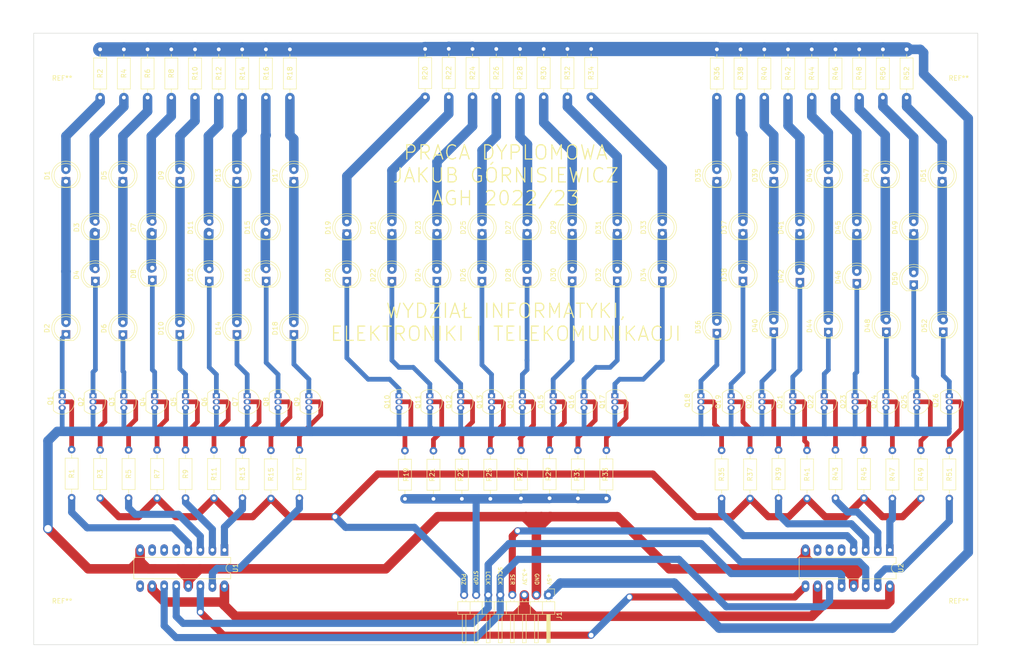
<source format=kicad_pcb>
(kicad_pcb (version 20211014) (generator pcbnew)
  (layers (0 "F.Cu" signal) (31 "B.Cu" signal) (34 "B.Paste" user) (35 "F.Paste" user) (36 "B.SilkS" user "B.Silkscreen") (37 "F.SilkS" user "F.Silkscreen") (38 "B.Mask" user) (39 "F.Mask" user) (44 "Edge.Cuts" user))
  (net 0 "")
  (net 1 "Net-(D1-Pad1)")
  (net 2 "Net-(D1-Pad2)")
  (net 3 "Net-(D2-Pad1)")
  (net 4 "Net-(D3-Pad1)")
  (net 5 "Net-(D3-Pad2)")
  (net 6 "Net-(D4-Pad1)")
  (net 7 "Net-(D5-Pad1)")
  (net 8 "Net-(D5-Pad2)")
  (net 9 "Net-(D6-Pad1)")
  (net 10 "Net-(D7-Pad1)")
  (net 11 "Net-(D7-Pad2)")
  (net 12 "Net-(D8-Pad1)")
  (net 13 "Net-(D9-Pad2)")
  (net 14 "Net-(D10-Pad1)")
  (net 15 "Net-(D11-Pad2)")
  (net 16 "Net-(D12-Pad1)")
  (net 17 "Net-(D13-Pad1)")
  (net 18 "Net-(D13-Pad2)")
  (net 19 "Net-(D14-Pad1)")
  (net 20 "Net-(D15-Pad1)")
  (net 21 "Net-(D15-Pad2)")
  (net 22 "Net-(D16-Pad1)")
  (net 23 "Net-(D17-Pad1)")
  (net 24 "Net-(D17-Pad2)")
  (net 25 "Net-(D18-Pad1)")
  (net 26 "Net-(D19-Pad1)")
  (net 27 "Net-(D19-Pad2)")
  (net 28 "Net-(D20-Pad1)")
  (net 29 "Net-(D21-Pad1)")
  (net 30 "Net-(D21-Pad2)")
  (net 31 "Net-(D22-Pad1)")
  (net 32 "Net-(D23-Pad1)")
  (net 33 "Net-(D23-Pad2)")
  (net 34 "Net-(D24-Pad1)")
  (net 35 "Net-(D25-Pad1)")
  (net 36 "Net-(D25-Pad2)")
  (net 37 "Net-(D26-Pad1)")
  (net 38 "Net-(D27-Pad1)")
  (net 39 "Net-(D27-Pad2)")
  (net 40 "Net-(D28-Pad1)")
  (net 41 "Net-(D29-Pad1)")
  (net 42 "Net-(D29-Pad2)")
  (net 43 "Net-(D30-Pad1)")
  (net 44 "Net-(D31-Pad1)")
  (net 45 "Net-(D31-Pad2)")
  (net 46 "Net-(D32-Pad1)")
  (net 47 "Net-(D33-Pad1)")
  (net 48 "Net-(D33-Pad2)")
  (net 49 "Net-(D34-Pad1)")
  (net 50 "Net-(D35-Pad1)")
  (net 51 "Net-(D35-Pad2)")
  (net 52 "Net-(D36-Pad1)")
  (net 53 "Net-(D37-Pad1)")
  (net 54 "Net-(D37-Pad2)")
  (net 55 "Net-(D38-Pad1)")
  (net 56 "Net-(D39-Pad1)")
  (net 57 "Net-(D39-Pad2)")
  (net 58 "Net-(D40-Pad1)")
  (net 59 "Net-(D41-Pad1)")
  (net 60 "Net-(D41-Pad2)")
  (net 61 "Net-(D42-Pad1)")
  (net 62 "Net-(D43-Pad1)")
  (net 63 "Net-(D43-Pad2)")
  (net 64 "Net-(D44-Pad1)")
  (net 65 "Net-(D45-Pad1)")
  (net 66 "Net-(D45-Pad2)")
  (net 67 "Net-(D46-Pad1)")
  (net 68 "Net-(D47-Pad1)")
  (net 69 "Net-(D47-Pad2)")
  (net 70 "Net-(D48-Pad1)")
  (net 71 "Net-(D49-Pad1)")
  (net 72 "Net-(D49-Pad2)")
  (net 73 "Net-(D50-Pad1)")
  (net 74 "Net-(D51-Pad1)")
  (net 75 "Net-(D51-Pad2)")
  (net 76 "Net-(D52-Pad1)")
  (net 77 "+5V")
  (net 78 "GND")
  (net 79 "+3V3")
  (net 80 "Net-(J1-Pad4)")
  (net 81 "Net-(J1-Pad5)")
  (net 82 "Net-(J1-Pad6)")
  (net 83 "Net-(J1-Pad7)")
  (net 84 "Net-(J1-Pad8)")
  (net 85 "Net-(Q2-Pad2)")
  (net 86 "Net-(Q3-Pad2)")
  (net 87 "Net-(Q4-Pad2)")
  (net 88 "Net-(Q5-Pad2)")
  (net 89 "Net-(Q6-Pad2)")
  (net 90 "Net-(Q7-Pad2)")
  (net 91 "Net-(Q8-Pad2)")
  (net 92 "Net-(Q9-Pad2)")
  (net 93 "Net-(Q10-Pad2)")
  (net 94 "Net-(Q11-Pad2)")
  (net 95 "Net-(Q12-Pad2)")
  (net 96 "Net-(Q13-Pad2)")
  (net 97 "Net-(Q14-Pad2)")
  (net 98 "Net-(Q15-Pad2)")
  (net 99 "Net-(Q16-Pad2)")
  (net 100 "Net-(Q17-Pad2)")
  (net 101 "Net-(Q18-Pad2)")
  (net 102 "Net-(Q19-Pad2)")
  (net 103 "Net-(Q20-Pad2)")
  (net 104 "Net-(Q21-Pad2)")
  (net 105 "Net-(Q22-Pad2)")
  (net 106 "Net-(Q23-Pad2)")
  (net 107 "Net-(Q24-Pad2)")
  (net 108 "Net-(Q25-Pad2)")
  (net 109 "Net-(Q26-Pad2)")
  (net 110 "Net-(R1-Pad2)")
  (net 111 "Net-(R5-Pad2)")
  (net 112 "Net-(R9-Pad2)")
  (net 113 "Net-(R13-Pad2)")
  (net 114 "Net-(R17-Pad2)")
  (net 115 "Net-(R35-Pad2)")
  (net 116 "Net-(R39-Pad2)")
  (net 117 "Net-(R43-Pad2)")
  (net 118 "Net-(R47-Pad2)")
  (net 119 "Net-(R51-Pad2)")
  (net 124 "Net-(U1-Pad14)")
  (net 128 "Net-(Q1-Pad2)")
  (net 129 "Net-(D9-Pad1)")
  (net 130 "Net-(D12-Pad2)")
  (footprint "Resistor_THT:R_Axial_DIN0207_L6.3mm_D2.5mm_P10.16mm_Horizontal" (layer "F.Cu") (at 218.5 34.42 -90)
    (fp_text reference "R46")
    (fp_text value "51")
  )
  (footprint "LED_THT:LED_D5.0mm" (layer "F.Cu") (at 98.5 83.275 90)
    (fp_text reference "D16")
    (fp_text value "LED")
  )
  (footprint "Resistor_THT:R_Axial_DIN0207_L6.3mm_D2.5mm_P10.16mm_Horizontal" (layer "F.Cu") (at 136.99 34.31 -90)
    (fp_text reference "R22")
    (fp_text value "51")
  )
  (footprint "LED_THT:LED_D5.0mm" (layer "F.Cu") (at 143.98 83.295 90)
    (fp_text reference "D26")
    (fp_text value "LED")
  )
  (footprint "LED_THT:LED_D5.0mm" (layer "F.Cu") (at 153.49 83.315 90)
    (fp_text reference "D28")
    (fp_text value "LED")
  )
  (footprint "LED_THT:LED_D5.0mm" (layer "F.Cu") (at 235 84.05 90)
    (fp_text reference "D50")
    (fp_text value "LED")
  )
  (footprint "Resistor_THT:R_Axial_DIN0207_L6.3mm_D2.5mm_P10.16mm_Horizontal" (layer "F.Cu") (at 167 34.34 -90)
    (fp_text reference "R34")
    (fp_text value "51")
  )
  (footprint "Resistor_THT:R_Axial_DIN0207_L6.3mm_D2.5mm_P10.16mm_Horizontal" (layer "F.Cu") (at 103.5 34.42 -90)
    (fp_text reference "R18")
    (fp_text value "51")
  )
  (footprint "Package_TO_SOT_THT:TO-92_Inline" (layer "F.Cu") (at 146 107.5 -90)
    (fp_text reference "Q13")
    (fp_text value "BC337")
  )
  (footprint "Resistor_THT:R_Axial_DIN0207_L6.3mm_D2.5mm_P10.16mm_Horizontal" (layer "F.Cu") (at 213.5 34.42 -90)
    (fp_text reference "R44")
    (fp_text value "51")
  )
  (footprint "LED_THT:LED_D5.0mm" (layer "F.Cu") (at 193.5 94.275 90)
    (fp_text reference "D36")
    (fp_text value "LED")
  )
  (footprint "Resistor_THT:R_Axial_DIN0207_L6.3mm_D2.5mm_P10.16mm_Horizontal" (layer "F.Cu") (at 212.5 119 -90)
    (fp_text reference "R41")
    (fp_text value "150")
  )
  (footprint "Package_TO_SOT_THT:TO-92_Inline" (layer "F.Cu") (at 172 107.5 -90)
    (fp_text reference "Q17")
    (fp_text value "BC337")
  )
  (footprint "Resistor_THT:R_Axial_DIN0207_L6.3mm_D2.5mm_P10.16mm_Horizontal" (layer "F.Cu") (at 228.5 34.42 -90)
    (fp_text reference "R50")
    (fp_text value "51")
  )
  (footprint "Package_TO_SOT_THT:TO-92_Inline" (layer "F.Cu") (at 88 107.5 -90)
    (fp_text reference "Q6")
    (fp_text value "BC337")
  )
  (footprint "LED_THT:LED_D5.0mm" (layer "F.Cu") (at 205.5 94 90)
    (fp_text reference "D40")
    (fp_text value "LED")
  )
  (footprint "Resistor_THT:R_Axial_DIN0207_L6.3mm_D2.5mm_P10.16mm_Horizontal" (layer "F.Cu") (at 83.5 34.42 -90)
    (fp_text reference "R10")
    (fp_text value "51")
  )
  (footprint "LED_THT:LED_D5.0mm" (layer "F.Cu") (at 223 73.275 90)
    (fp_text reference "D45")
    (fp_text value "LED")
  )
  (footprint "Resistor_THT:R_Axial_DIN0207_L6.3mm_D2.5mm_P10.16mm_Horizontal" (layer "F.Cu") (at 98.44 34.42 -90)
    (fp_text reference "R16")
    (fp_text value "51")
  )
  (footprint "Resistor_THT:R_Axial_DIN0207_L6.3mm_D2.5mm_P10.16mm_Horizontal" (layer "F.Cu") (at 230.5 119 -90)
    (fp_text reference "R47")
    (fp_text value "150")
  )
  (footprint "LED_THT:LED_D5.0mm" (layer "F.Cu") (at 229 62.275 90)
    (fp_text reference "D47")
    (fp_text value "LED")
  )
  (footprint "Resistor_THT:R_Axial_DIN0207_L6.3mm_D2.5mm_P10.16mm_Horizontal" (layer "F.Cu") (at 152.21 119 -90)
    (fp_text reference "R27")
    (fp_text value "150")
  )
  (footprint "Resistor_THT:R_Axial_DIN0207_L6.3mm_D2.5mm_P10.16mm_Horizontal" (layer "F.Cu") (at 75.5 118.92 -90)
    (fp_text reference "R7")
    (fp_text value "150")
  )
  (footprint "Package_DIP:DIP-16_W7.62mm_LongPads" (layer "F.Cu") (at 229.96 140.04 -90)
    (fp_text reference "U2")
    (fp_text value "74HC595")
  )
  (footprint "Resistor_THT:R_Axial_DIN0207_L6.3mm_D2.5mm_P10.16mm_Horizontal" (layer "F.Cu") (at 233.5 34.42 -90)
    (fp_text reference "R52")
    (fp_text value "51")
  )
  (footprint "LED_THT:LED_D5.0mm" (layer "F.Cu") (at 223 83.775 90)
    (fp_text reference "D46")
    (fp_text value "LED")
  )
  (footprint "Resistor_THT:R_Axial_DIN0207_L6.3mm_D2.5mm_P10.16mm_Horizontal" (layer "F.Cu") (at 224.5 118.92 -90)
    (fp_text reference "R45")
    (fp_text value "150")
  )
  (footprint "LED_THT:LED_D5.0mm" (layer "F.Cu") (at 163 83.255 90)
    (fp_text reference "D30")
    (fp_text value "LED")
  )
  (footprint "Resistor_THT:R_Axial_DIN0207_L6.3mm_D2.5mm_P10.16mm_Horizontal" (layer "F.Cu") (at 132 34.34 -90)
    (fp_text reference "R20")
    (fp_text value "51")
  )
  (footprint "LED_THT:LED_D5.0mm" (layer "F.Cu") (at 241 62.275 90)
    (fp_text reference "D51")
    (fp_text value "LED")
  )
  (footprint "LED_THT:LED_D5.0mm" (layer "F.Cu") (at 241.225 94 90)
    (fp_text reference "D52")
    (fp_text value "LED")
  )
  (footprint "LED_THT:LED_D5.0mm" (layer "F.Cu") (at 68.29 62.275 90)
    (fp_text reference "D5")
    (fp_text value "LED")
  )
  (footprint "Resistor_THT:R_Axial_DIN0207_L6.3mm_D2.5mm_P10.16mm_Horizontal" (layer "F.Cu") (at 242.5 119 -90)
    (fp_text reference "R51")
    (fp_text value "150")
  )
  (footprint "Package_TO_SOT_THT:TO-92_Inline" (layer "F.Cu") (at 107.5 107.5 -90)
    (fp_text reference "Q9")
    (fp_text value "BC337")
  )
  (footprint "Package_TO_SOT_THT:TO-92_Inline" (layer "F.Cu") (at 139.5 107.5 -90)
    (fp_text reference "Q12")
    (fp_text value "BC337")
  )
  (footprint "Resistor_THT:R_Axial_DIN0207_L6.3mm_D2.5mm_P10.16mm_Horizontal" (layer "F.Cu") (at 147 34.34 -90)
    (fp_text reference "R26")
    (fp_text value "51")
  )
  (footprint "Resistor_THT:R_Axial_DIN0207_L6.3mm_D2.5mm_P10.16mm_Horizontal" (layer "F.Cu") (at 162 34.34 -90)
    (fp_text reference "R32")
    (fp_text value "51")
  )
  (footprint "Resistor_THT:R_Axial_DIN0207_L6.3mm_D2.5mm_P10.16mm_Horizontal" (layer "F.Cu") (at 78.5 34.42 -90)
    (fp_text reference "R8")
    (fp_text value "51")
  )
  (footprint "LED_THT:LED_D5.0mm" (layer "F.Cu") (at 211 73.275 90)
    (fp_text reference "D41")
    (fp_text value "LED")
  )
  (footprint "LED_THT:LED_D5.0mm" (layer "F.Cu") (at 125 73.28 90)
    (fp_text reference "D21")
    (fp_text value "LED")
  )
  (footprint "Resistor_THT:R_Axial_DIN0207_L6.3mm_D2.5mm_P10.16mm_Horizontal" (layer "F.Cu") (at 158.24 118.95 -90)
    (fp_text reference "R29")
    (fp_text value "150")
  )
  (footprint "LED_THT:LED_D5.0mm" (layer "F.Cu") (at 80.33 62.275 90)
    (fp_text reference "D9")
    (fp_text value "LED")
  )
  (footprint "LED_THT:LED_D5.0mm" (layer "F.Cu") (at 199 83.275 90)
    (fp_text reference "D38")
    (fp_text value "LED")
  )
  (footprint "LED_THT:LED_D5.0mm" (layer "F.Cu") (at 98.5 73.275 90)
    (fp_text reference "D15")
    (fp_text value "LED")
  )
  (footprint "Resistor_THT:R_Axial_DIN0207_L6.3mm_D2.5mm_P10.16mm_Horizontal" (layer "F.Cu") (at 68.5 34.42 -90)
    (fp_text reference "R4")
    (fp_text value "51")
  )
  (footprint "Resistor_THT:R_Axial_DIN0207_L6.3mm_D2.5mm_P10.16mm_Horizontal" (layer "F.Cu") (at 133.76 119.08 -90)
    (fp_text reference "R21")
    (fp_text value "150")
  )
  (footprint "Resistor_THT:R_Axial_DIN0207_L6.3mm_D2.5mm_P10.16mm_Horizontal" (layer "F.Cu") (at 198.5 34.42 -90)
    (fp_text reference "R38")
    (fp_text value "51")
  )
  (footprint "LED_THT:LED_D5.0mm" (layer "F.Cu") (at 134.5 73.275 90)
    (fp_text reference "D23")
    (fp_text value "LED")
  )
  (footprint "LED_THT:LED_D5.0mm" (layer "F.Cu") (at 193.5 62.275 90)
    (fp_text reference "D35")
    (fp_text value "LED")
  )
  (footprint "Package_TO_SOT_THT:TO-92_Inline" (layer "F.Cu") (at 126.5 107.5 -90)
    (fp_text reference "Q10")
    (fp_text value "BC337")
  )
  (footprint "LED_THT:LED_D5.0mm" (layer "F.Cu") (at 80.3 94.545 90)
    (fp_text reference "D10")
    (fp_text value "LED")
  )
  (footprint "LED_THT:LED_D5.0mm" (layer "F.Cu") (at 229.225 94 90)
    (fp_text reference "D48")
    (fp_text value "LED")
  )
  (footprint "Connector_PinHeader_2.54mm:PinHeader_1x08_P2.54mm_Horizontal" (layer "F.Cu") (at 158 149.5 -90)
    (fp_text reference "J1")
    (fp_text value "Conn_01x08_Female")
  )
  (footprint "Package_TO_SOT_THT:TO-92_Inline" (layer "F.Cu") (at 203 107.5 -90)
    (fp_text reference "Q20")
    (fp_text value "BC337")
  )
  (footprint "LED_THT:LED_D5.0mm" (layer "F.Cu") (at 92.33 62.275 90)
    (fp_text reference "D13")
    (fp_text value "LED")
  )
  (footprint "Resistor_THT:R_Axial_DIN0207_L6.3mm_D2.5mm_P10.16mm_Horizontal" (layer "F.Cu") (at 87.5 118.92 -90)
    (fp_text reference "R11")
    (fp_text value "150")
  )
  (footprint "Package_TO_SOT_THT:TO-92_Inline" (layer "F.Cu") (at 94.5 107.5 -90)
    (fp_text reference "Q7")
    (fp_text value "BC337")
  )
  (footprint "Resistor_THT:R_Axial_DIN0207_L6.3mm_D2.5mm_P10.16mm_Horizontal" (layer "F.Cu") (at 152 34.34 -90)
    (fp_text reference "R28")
    (fp_text value "51")
  )
  (footprint "LED_THT:LED_D5.0mm" (layer "F.Cu") (at 205.5 62.275 90)
    (fp_text reference "D39")
    (fp_text value "LED")
  )
  (footprint "Resistor_THT:R_Axial_DIN0207_L6.3mm_D2.5mm_P10.16mm_Horizontal" (layer "F.Cu") (at 57.5 118.84 -90)
    (fp_text reference "R1")
    (fp_text value "150")
  )
  (footprint "Package_TO_SOT_THT:TO-92_Inline" (layer "F.Cu") (at 152.5 107.5 -90)
    (fp_text reference "Q14")
    (fp_text value "BC337")
  )
  (footprint "Resistor_THT:R_Axial_DIN0207_L6.3mm_D2.5mm_P10.16mm_Horizontal" (layer "F.Cu") (at 193.5 34.42 -90)
    (fp_text reference "R36")
    (fp_text value "51")
  )
  (footprint "Resistor_THT:R_Axial_DIN0207_L6.3mm_D2.5mm_P10.16mm_Horizontal" (layer "F.Cu") (at 105.5 118.92 -90)
    (fp_text reference "R17")
    (fp_text value "150")
  )
  (footprint "Package_TO_SOT_THT:TO-92_Inline" (layer "F.Cu") (at 235.64 107.5 -90)
    (fp_text reference "Q25")
    (fp_text value "BC337")
  )
  (footprint "Resistor_THT:R_Axial_DIN0207_L6.3mm_D2.5mm_P10.16mm_Horizontal" (layer "F.Cu") (at 69.5 118.92 -90)
    (fp_text reference "R5")
    (fp_text value "150")
  )
  (footprint "Resistor_THT:R_Axial_DIN0207_L6.3mm_D2.5mm_P10.16mm_Horizontal" (layer "F.Cu") (at 200.5 119 -90)
    (fp_text reference "R37")
    (fp_text value "150")
  )
  (footprint "Resistor_THT:R_Axial_DIN0207_L6.3mm_D2.5mm_P10.16mm_Horizontal" (layer "F.Cu") (at 142 34.34 -90)
    (fp_text reference "R24")
    (fp_text value "51")
  )
  (footprint "LED_THT:LED_D5.0mm" (layer "F.Cu") (at 182 73.255 90)
    (fp_text reference "D33")
    (fp_text value "LED")
  )
  (footprint "Package_TO_SOT_THT:TO-92_Inline" (layer "F.Cu") (at 209.5 107.5 -90)
    (fp_text reference "Q21")
    (fp_text value "BC337")
  )
  (footprint "MountingHole:MountingHole_3.2mm_M3" (layer "F.Cu") (at 55 155)
    (fp_text reference "REF**")
    (fp_text value "MountingHole_3.2mm_M3")
  )
  (footprint "Resistor_THT:R_Axial_DIN0207_L6.3mm_D2.5mm_P10.16mm_Horizontal" (layer "F.Cu") (at 127.75 119.07 -90)
    (fp_text reference "R19")
    (fp_text value "150")
  )
  (footprint "Resistor_THT:R_Axial_DIN0207_L6.3mm_D2.5mm_P10.16mm_Horizontal" (layer "F.Cu") (at 73.5 34.42 -90)
    (fp_text reference "R6")
    (fp_text value "51")
  )
  (footprint "LED_THT:LED_D5.0mm" (layer "F.Cu") (at 172.5 73.255 90)
    (fp_text reference "D31")
    (fp_text value "LED")
  )
  (footprint "Package_TO_SOT_THT:TO-92_Inline" (layer "F.Cu") (at 165.5 107.5 -90)
    (fp_text reference "Q16")
    (fp_text value "BC337")
  )
  (footprint "Resistor_THT:R_Axial_DIN0207_L6.3mm_D2.5mm_P10.16mm_Horizontal" (layer "F.Cu") (at 99.5 119 -90)
    (fp_text reference "R15")
    (fp_text value "150")
  )
  (footprint "Resistor_THT:R_Axial_DIN0207_L6.3mm_D2.5mm_P10.16mm_Horizontal" (layer "F.Cu") (at 139.75 119.07 -90)
    (fp_text reference "R23")
    (fp_text value "150")
  )
  (footprint "Package_TO_SOT_THT:TO-92_Inline" (layer "F.Cu") (at 229.14 107.5 -90)
    (fp_text reference "Q24")
    (fp_text value "BC337")
  )
  (footprint "LED_THT:LED_D5.0mm" (layer "F.Cu") (at 56.3 94.545 90)
    (fp_text reference "D2")
    (fp_text value "LED")
  )
  (footprint "Package_TO_SOT_THT:TO-92_Inline" (layer "F.Cu") (at 75 107.5 -90)
    (fp_text reference "Q4")
    (fp_text value "BC337")
  )
  (footprint "Package_TO_SOT_THT:TO-92_Inline" (layer "F.Cu") (at 196.5 107.5 -90)
    (fp_text reference "Q19")
    (fp_text value "BC337")
  )
  (footprint "LED_THT:LED_D5.0mm" (layer "F.Cu") (at 217 62.275 90)
    (fp_text reference "D43")
    (fp_text value "LED")
  )
  (footprint "Package_DIP:DIP-16_W7.62mm_LongPads" (layer "F.Cu") (at 89.7 140.03 -90)
    (fp_text reference "U1")
    (fp_text value "74HC595")
  )
  (footprint "Package_TO_SOT_THT:TO-92_Inline" (layer "F.Cu") (at 133 107.5 -90)
    (fp_text reference "Q11")
    (fp_text value "BC337")
  )
  (footprint "LED_THT:LED_D5.0mm" (layer "F.Cu") (at 144 73.275 90)
    (fp_text reference "D25")
    (fp_text value "LED")
  )
  (footprint "LED_THT:LED_D5.0mm" (layer "F.Cu") (at 74.5 73.275 90)
    (fp_text reference "D7")
    (fp_text value "LED")
  )
  (footprint "LED_THT:LED_D5.0mm" (layer "F.Cu") (at 115.5 83.325 90)
    (fp_text reference "D20")
    (fp_text value "LED")
  )
  (footprint "LED_THT:LED_D5.0mm" (layer "F.Cu") (at 86.5 73.275 90)
    (fp_text reference "D11")
    (fp_text value "LED")
  )
  (footprint "Package_TO_SOT_THT:TO-92_Inline" (layer "F.Cu") (at 242.5 107.5 -90)
    (fp_text reference "Q26")
    (fp_text value "BC337")
  )
  (footprint "LED_THT:LED_D5.0mm" (layer "F.Cu") (at 153.5 73.275 90)
    (fp_text reference "D27")
    (fp_text value "LED")
  )
  (footprint "Package_TO_SOT_THT:TO-92_Inline" (layer "F.Cu") (at 68.5 107.5 -90)
    (fp_text reference "Q3")
    (fp_text value "BC337")
  )
  (footprint "Resistor_THT:R_Axial_DIN0207_L6.3mm_D2.5mm_P10.16mm_Horizontal" (layer "F.Cu") (at 203.5 34.42 -90)
    (fp_text reference "R40")
    (fp_text value "51")
  )
  (footprint "LED_THT:LED_D5.0mm" (layer "F.Cu") (at 211 83.55 90)
    (fp_text reference "D42")
    (fp_text value "LED")
  )
  (footprint "LED_THT:LED_D5.0mm" (layer "F.Cu") (at 163 73.255 90)
    (fp_text reference "D29")
    (fp_text value "LED")
  )
  (footprint "LED_THT:LED_D5.0mm" (layer "F.Cu") (at 86.5 83.275 90)
    (fp_text reference "D12")
    (fp_text value "LED")
  )
  (footprint "LED_THT:LED_D5.0mm" (layer "F.Cu") (at 104.34 94.545 90)
    (fp_text reference "D18")
    (fp_text value "LED")
  )
  (footprint "Resistor_THT:R_Axial_DIN0207_L6.3mm_D2.5mm_P10.16mm_Horizontal" (layer "F.Cu") (at 63.5 34.42 -90)
    (fp_text reference "R2")
    (fp_text value "51")
  )
  (footprint "Resistor_THT:R_Axial_DIN0207_L6.3mm_D2.5mm_P10.16mm_Horizontal" (layer "F.Cu") (at 208.5 34.42 -90)
    (fp_text reference "R42")
    (fp_text value "51")
  )
  (footprint "Resistor_THT:R_Axial_DIN0207_L6.3mm_D2.5mm_P10.16mm_Horizontal" (layer "F.Cu") (at 218.5 118.92 -90)
    (fp_text reference "R43")
    (fp_text value "150")
  )
  (footprint "Package_TO_SOT_THT:TO-92_Inline" (layer "F.Cu") (at 216.14 107.5 -90)
    (fp_text reference "Q22")
    (fp_text value "BC337")
  )
  (footprint "Resistor_THT:R_Axial_DIN0207_L6.3mm_D2.5mm_P10.16mm_Horizontal" (layer "F.Cu") (at 170.21 119 -90)
    (fp_text reference "R33")
    (fp_text value "150")
  )
  (footprint "LED_THT:LED_D5.0mm" (layer "F.Cu") (at 68.3 94.57 90)
    (fp_text reference "D6")
    (fp_text value "LED")
  )
  (footprint "Resistor_THT:R_Axial_DIN0207_L6.3mm_D2.5mm_P10.16mm_Horizontal" (layer "F.Cu") (at 164.21 119 -90)
    (fp_text reference "R31")
    (fp_text value "150")
  )
  (footprint "LED_THT:LED_D5.0mm" (layer "F.Cu") (at 104.33 62.275 90)
    (fp_text reference "D17")
    (fp_text value "LED")
  )
  (footprint "MountingHole:MountingHole_3.2mm_M3" (layer "F.Cu") (at 244 155)
    (fp_text reference "REF**")
    (fp_text value "MountingHole_3.2mm_M3")
  )
  (footprint "Resistor_THT:R_Axial_DIN0207_L6.3mm_D2.5mm_P10.16mm_Horizontal" (layer "F.Cu") (at 63.5 118.92 -90)
    (fp_text reference "R3")
    (fp_text value "150")
  )
  (footprint "Resistor_THT:R_Axial_DIN0207_L6.3mm_D2.5mm_P10.16mm_Horizontal" (layer "F.Cu") (at 236.5 119 -90)
    (fp_text reference "R49")
    (fp_text value "150")
  )
  (footprint "LED_THT:LED_D5.0mm" (layer "F.Cu") (at 92.34 94.545 90)
    (fp_text reference "D14")
    (fp_text value "LED")
  )
  (footprint "Resistor_THT:R_Axial_DIN0207_L6.3mm_D2.5mm_P10.16mm_Horizontal" (layer "F.Cu") (at 81.5 118.92 -90)
    (fp_text reference "R9")
    (fp_text value "150")
  )
  (footprint "Package_TO_SOT_THT:TO-92_Inline" (layer "F.Cu") (at 55.5 107.5 -90)
    (fp_text reference "Q1")
    (fp_text value "BC337")
  )
  (footprint "Package_TO_SOT_THT:TO-92_Inline" (layer "F.Cu") (at 81.5 107.5 -90)
    (fp_text reference "Q5")
    (fp_text value "BC337")
  )
  (footprint "LED_THT:LED_D5.0mm" (layer "F.Cu") (at 115.5 73.325 90)
    (fp_text reference "D19")
    (fp_text value "LED")
  )
  (footprint "LED_THT:LED_D5.0mm" (layer "F.Cu") (at 125 83.325 90)
    (fp_text reference "D22")
    (fp_text value "LED")
  )
  (footprint "Package_TO_SOT_THT:TO-92_Inline" (layer "F.Cu") (at 101 107.5 -90)
    (fp_text reference "Q8")
    (fp_text value "BC337")
  )
  (footprint "LED_THT:LED_D5.0mm" (layer "F.Cu") (at 172.5 83.255 90)
    (fp_text reference "D32")
    (fp_text value "LED")
  )
  (footprint "MountingHole:MountingHole_3.2mm_M3" (layer "F.Cu") (at 55 36)
    (fp_text reference "REF**")
    (fp_text value "MountingHole_3.2mm_M3")
  )
  (footprint "LED_THT:LED_D5.0mm" (layer "F.Cu") (at 56.29 62.275 90)
    (fp_text reference "D1")
    (fp_text value "LED")
  )
  (footprint "MountingHole:MountingHole_3.2mm_M3" (layer "F.Cu") (at 244 36)
    (fp_text reference "REF**")
    (fp_text value "MountingHole_3.2mm_M3")
  )
  (footprint "Resistor_THT:R_Axial_DIN0207_L6.3mm_D2.5mm_P10.16mm_Horizontal" (layer "F.Cu") (at 88.5 34.42 -90)
    (fp_text reference "R12")
    (fp_text value "51")
  )
  (footprint "LED_THT:LED_D5.0mm" (layer "F.Cu") (at 182 83.255 90)
    (fp_text reference "D34")
    (fp_text value "LED")
  )
  (footprint "LED_THT:LED_D5.0mm" (layer "F.Cu") (at 199 73.275 90)
    (fp_text reference "D37")
    (fp_text value "LED")
  )
  (footprint "LED_THT:LED_D5.0mm" (layer "F.Cu") (at 217 94.04 90)
    (fp_text reference "D44")
    (fp_text value "LED")
  )
  (footprint "Package_TO_SOT_THT:TO-92_Inline" (layer "F.Cu") (at 190.14 107.5 -90)
    (fp_text reference "Q18")
    (fp_text value "BC337")
  )
  (footprint "LED_THT:LED_D5.0mm" (layer "F.Cu") (at 235 73.275 90)
    (fp_text reference "D49")
    (fp_text value "LED")
  )
  (footprint "Resistor_THT:R_Axial_DIN0207_L6.3mm_D2.5mm_P10.16mm_Horizontal" (layer "F.Cu") (at 223.5 34.42 -90)
    (fp_text reference "R48")
    (fp_text value "51")
  )
  (footprint "Resistor_THT:R_Axial_DIN0207_L6.3mm_D2.5mm_P10.16mm_Horizontal" (layer "F.Cu") (at 93.5 118.92 -90)
    (fp_text reference "R13")
    (fp_text value "150")
  )
  (footprint "LED_THT:LED_D5.0mm" (layer "F.Cu") (at 74.5 83.06 90)
    (fp_text reference "D8")
    (fp_text value "LED")
  )
  (footprint "Package_TO_SOT_THT:TO-92_Inline" (layer "F.Cu") (at 159 107.5 -90)
    (fp_text reference "Q15")
    (fp_text value "BC337")
  )
  (footprint "Resistor_THT:R_Axial_DIN0207_L6.3mm_D2.5mm_P10.16mm_Horizontal" (layer "F.Cu") (at 145.75 119.07 -90)
    (fp_text reference "R25")
    (fp_text value "150")
  )
  (footprint "Resistor_THT:R_Axial_DIN0207_L6.3mm_D2.5mm_P10.16mm_Horizontal" (layer "F.Cu") (at 93.44 34.42 -90)
    (fp_text reference "R14")
    (fp_text value "51")
  )
  (footprint "Package_TO_SOT_THT:TO-92_Inline" (layer "F.Cu") (at 62 107.5 -90)
    (fp_text reference "Q2")
    (fp_text value "BC337")
  )
  (footprint "Resistor_THT:R_Axial_DIN0207_L6.3mm_D2.5mm_P10.16mm_Horizontal" (layer "F.Cu") (at 157 34.34 -90)
    (fp_text reference "R30")
    (fp_text value "51")
  )
  (footprint "LED_THT:LED_D5.0mm" (layer "F.Cu") (at 62.5 83.275 90)
    (fp_text reference "D4")
    (fp_text value "LED")
  )
  (footprint "Package_TO_SOT_THT:TO-92_Inline" (layer "F.Cu") (at 222.64 107.5 -90)
    (fp_text reference "Q23")
    (fp_text value "BC337")
  )
  (footprint "Resistor_THT:R_Axial_DIN0207_L6.3mm_D2.5mm_P10.16mm_Horizontal" (layer "F.Cu") (at 206.5 118.92 -90)
    (fp_text reference "R39")
    (fp_text value "150")
  )
  (footprint "LED_THT:LED_D5.0mm" (layer "F.Cu") (at 62.5 73.275 90)
    (fp_text reference "D3")
    (fp_text value "LED")
  )
  (footprint "Resistor_THT:R_Axial_DIN0207_L6.3mm_D2.5mm_P10.16mm_Horizontal" (layer "F.Cu") (at 194.5 119 -90)
    (fp_text reference "R35")
    (fp_text value "150")
  )
  (footprint "LED_THT:LED_D5.0mm" (layer "F.Cu") (at 134.47 83.29 90)
    (fp_text reference "D24")
    (fp_text value "LED")
  )
  (gr_rect (start 49.5 31) (end 248.5 160) (layer "Edge.Cuts") (width 0.1) (fill none))
  (gr_text "WYDZIAŁ INFORMATYKI,\nELEKTRONIKI I TELEKOMUNIKACJI" (at 149 92) (layer "F.SilkS") (effects (font (size 3 3) (thickness 0.25))))
  (gr_text "+5V\n\nGND\n\n+3.3V\n\nSER\n\nSCLCK\n\nLCLK\n\nSTOP\n\nPOZ" (at 149.11 147.5 -90) (layer "F.SilkS") (effects (font (size 0.8 0.8)) (justify right)))
  (gr_text "PRACA DYPLOMOWA\nJAKUB GÓRNISIEWICZ\nAGH 2022/23" (at 149 61) (layer "F.SilkS") (effects (font (size 3 3) (thickness 0.25))))
  (segment (start 56.29 62.275) (end 56.29 81.249022) (width 2) (layer "B.Cu") (net 1))
  (segment (start 56.3 81.259022) (end 56.3 92.005) (width 2) (layer "B.Cu") (net 1))
  (segment (start 56.29 81.249022) (end 56.3 81.259022) (width 2) (layer "B.Cu") (net 1))
  (segment (start 63.5 44.58) (end 63.5 45.5) (width 2) (layer "B.Cu") (net 2))
  (segment (start 56.29 52.71) (end 56.29 59.735) (width 2) (layer "B.Cu") (net 2))
  (segment (start 63.5 45.5) (end 56.29 52.71) (width 2) (layer "B.Cu") (net 2))
  (segment (start 57 95.245) (end 56.3 94.545) (width 0.25) (layer "F.Cu") (net 3))
  (segment (start 56.25 94.595) (end 56.3 94.545) (width 1) (layer "B.Cu") (net 3))
  (segment (start 55.5 95.345) (end 56.3 94.545) (width 1) (layer "B.Cu") (net 3))
  (segment (start 55.5 107.5) (end 55.5 95.345) (width 1) (layer "B.Cu") (net 3))
  (segment (start 62.28 73.04) (end 62.28 80.5) (width 2) (layer "B.Cu") (net 4))
  (segment (start 62.28 80.5) (end 62.3 80.52) (width 2) (layer "B.Cu") (net 4))
  (segment (start 68.5 44.58) (end 68.5 46.5) (width 2) (layer "B.Cu") (net 5))
  (segment (start 62.28 52.72) (end 62.28 70.5) (width 2) (layer "B.Cu") (net 5))
  (segment (start 68.5 46.5) (end 62.28 52.72) (width 2) (layer "B.Cu") (net 5))
  (segment (start 62 102.5) (end 62 107.5) (width 1) (layer "B.Cu") (net 6))
  (segment (start 62.5 102) (end 62 102.5) (width 1) (layer "B.Cu") (net 6))
  (segment (start 62.5 83.275) (end 62.5 102) (width 1) (layer "B.Cu") (net 6))
  (segment (start 68.29 92.02) (end 68.3 92.03) (width 2) (layer "B.Cu") (net 7))
  (segment (start 68.29 62.275) (end 68.29 92.02) (width 2) (layer "B.Cu") (net 7))
  (segment (start 68.29 52.71) (end 73.5 47.5) (width 2) (layer "B.Cu") (net 8))
  (segment (start 73.5 47.5) (end 73.5 44.58) (width 2) (layer "B.Cu") (net 8))
  (segment (start 68.29 59.735) (end 68.29 52.71) (width 2) (layer "B.Cu") (net 8))
  (segment (start 68.3 102.3) (end 68.5 102.5) (width 1) (layer "B.Cu") (net 9))
  (segment (start 68.25 94.62) (end 68.3 94.57) (width 1) (layer "B.Cu") (net 9))
  (segment (start 68.3 94.57) (end 68.3 102.3) (width 1) (layer "B.Cu") (net 9))
  (segment (start 68.5 102.5) (end 68.5 107.5) (width 1) (layer "B.Cu") (net 9))
  (segment (start 74.28 80.5) (end 74.3 80.52) (width 2) (layer "B.Cu") (net 10))
  (segment (start 74.28 73.04) (end 74.28 80.5) (width 2) (layer "B.Cu") (net 10))
  (segment (start 78.5 48.5) (end 78.5 44.58) (width 2) (layer "B.Cu") (net 11))
  (segment (start 74.28 52.72) (end 78.5 48.5) (width 2) (layer "B.Cu") (net 11))
  (segment (start 74.28 70.5) (end 74.28 52.72) (width 2) (layer "B.Cu") (net 11))
  (segment (start 75 102.5) (end 75 107.5) (width 1) (layer "B.Cu") (net 12))
  (segment (start 74.5 102) (end 75 102.5) (width 1) (layer "B.Cu") (net 12))
  (segment (start 74.3 83.06) (end 74.25 83.11) (width 1) (layer "B.Cu") (net 12))
  (segment (start 74.5 83.06) (end 74.5 102) (width 1) (layer "B.Cu") (net 12))
  (segment (start 80.33 52.67) (end 83.5 49.5) (width 2) (layer "B.Cu") (net 13))
  (segment (start 83.5 49.5) (end 83.5 44.58) (width 2) (layer "B.Cu") (net 13))
  (segment (start 80.33 59.735) (end 80.33 52.67) (width 2) (layer "B.Cu") (net 13))
  (segment (start 81.5 103) (end 81.5 107.5) (width 1) (layer "B.Cu") (net 14))
  (segment (start 80.3 94.545) (end 80.3 101.8) (width 1) (layer "B.Cu") (net 14))
  (segment (start 80.3 94.545) (end 80.25 94.595) (width 1) (layer "B.Cu") (net 14))
  (segment (start 80.3 101.8) (end 81.5 103) (width 1) (layer "B.Cu") (net 14))
  (segment (start 86.32 52.68) (end 88.5 50.5) (width 2) (layer "B.Cu") (net 15))
  (segment (start 88.5 50.5) (end 88.5 44.58) (width 2) (layer "B.Cu") (net 15))
  (segment (start 86.32 70.5) (end 86.32 52.68) (width 2) (layer "B.Cu") (net 15))
  (segment (start 88 103) (end 88 107.5) (width 1) (layer "B.Cu") (net 16))
  (segment (start 86.5 83.275) (end 86.5 101.5) (width 1) (layer "B.Cu") (net 16))
  (segment (start 86.25 83.15) (end 86.34 83.06) (width 1) (layer "B.Cu") (net 16))
  (segment (start 86.5 101.5) (end 88 103) (width 1) (layer "B.Cu") (net 16))
  (segment (start 92.33 62.275) (end 92.33 91.995) (width 2) (layer "B.Cu") (net 17))
  (segment (start 92.33 91.995) (end 92.34 92.005) (width 2) (layer "B.Cu") (net 17))
  (segment (start 92.33 59.735) (end 92.33 52.67) (width 2) (layer "B.Cu") (net 18))
  (segment (start 92.33 52.67) (end 93.44 51.56) (width 2) (layer "B.Cu") (net 18))
  (segment (start 93.44 51.56) (end 93.44 44.58) (width 2) (layer "B.Cu") (net 18))
  (segment (start 92.34 94.545) (end 92.25 94.635) (width 1) (layer "B.Cu") (net 19))
  (segment (start 92.34 94.545) (end 92.34 100.84) (width 1) (layer "B.Cu") (net 19))
  (segment (start 94.5 103) (end 94.5 107.5) (width 1) (layer "B.Cu") (net 19))
  (segment (start 92.34 100.84) (end 94.5 103) (width 1) (layer "B.Cu") (net 19))
  (segment (start 98.32 73.04) (end 98.32 80.5) (width 2) (layer "B.Cu") (net 20))
  (segment (start 98.32 80.5) (end 98.34 80.52) (width 2) (layer "B.Cu") (net 20))
  (segment (start 98.44 52.44) (end 98.44 44.58) (width 2) (layer "B.Cu") (net 21))
  (segment (start 98.5 52.5) (end 98.44 52.44) (width 2) (layer "B.Cu") (net 21))
  (segment (start 98.32 70.5) (end 98.32 52.68) (width 2) (layer "B.Cu") (net 21))
  (segment (start 98.32 52.68) (end 98.5 52.5) (width 2) (layer "B.Cu") (net 21))
  (segment (start 98.5 100.5) (end 101 103) (width 1) (layer "B.Cu") (net 22))
  (segment (start 101 103) (end 101 107.5) (width 1) (layer "B.Cu") (net 22))
  (segment (start 98.34 83.06) (end 98.25 83.15) (width 1) (layer "B.Cu") (net 22))
  (segment (start 98.5 83.275) (end 98.5 100.5) (width 1) (layer "B.Cu") (net 22))
  (segment (start 104.33 62.275) (end 104.33 91.995) (width 2) (layer "B.Cu") (net 23))
  (segment (start 104.33 91.995) (end 104.34 92.005) (width 2) (layer "B.Cu") (net 23))
  (segment (start 104.33 53.33) (end 103.5 52.5) (width 2) (layer "B.Cu") (net 24))
  (segment (start 104.33 59.735) (end 104.33 53.33) (width 2) (layer "B.Cu") (net 24))
  (segment (start 103.5 52.5) (end 103.5 44.58) (width 2) (layer "B.Cu") (net 24))
  (segment (start 107.5 104) (end 107.5 107.5) (width 1) (layer "B.Cu") (net 25))
  (segment (start 104.34 94.545) (end 104.34 100.84) (width 1) (layer "B.Cu") (net 25))
  (segment (start 104.34 100.84) (end 107.5 104) (width 1) (layer "B.Cu") (net 25))
  (segment (start 104.34 94.545) (end 104.25 94.635) (width 1) (layer "B.Cu") (net 25))
  (segment (start 115.5 73.325) (end 115.5 80.785) (width 2) (layer "B.Cu") (net 26))
  (segment (start 115.5 70.785) (end 115.5 61.17) (width 2) (layer "B.Cu") (net 27))
  (segment (start 115.5 61.17) (end 132 44.67) (width 2) (layer "B.Cu") (net 27))
  (segment (start 132 44.67) (end 132 44.5) (width 2) (layer "B.Cu") (net 27))
  (segment (start 126.5 106) (end 126.5 107.5) (width 1) (layer "B.Cu") (net 28))
  (segment (start 120 104) (end 124.5 104) (width 1) (layer "B.Cu") (net 28))
  (segment (start 115.5 83.325) (end 115.5 99.5) (width 1) (layer "B.Cu") (net 28))
  (segment (start 124.5 104) (end 126.5 106) (width 1) (layer "B.Cu") (net 28))
  (segment (start 115.5 99.5) (end 120 104) (width 1) (layer "B.Cu") (net 28))
  (segment (start 125 73.28) (end 125 80.785) (width 2) (layer "B.Cu") (net 29))
  (segment (start 136.99 48) (end 136.99 44.47) (width 2) (layer "B.Cu") (net 30))
  (segment (start 125 70.74) (end 125 59.99) (width 2) (layer "B.Cu") (net 30))
  (segment (start 125 59.99) (end 136.99 48) (width 2) (layer "B.Cu") (net 30))
  (segment (start 129.5 101.5) (end 133 105) (width 1) (layer "B.Cu") (net 31))
  (segment (start 125 100) (end 126.5 101.5) (width 1) (layer "B.Cu") (net 31))
  (segment (start 125 83.325) (end 125 100) (width 1) (layer "B.Cu") (net 31))
  (segment (start 126.5 101.5) (end 129.5 101.5) (width 1) (layer "B.Cu") (net 31))
  (segment (start 133 105) (end 133 107.5) (width 1) (layer "B.Cu") (net 31))
  (segment (start 134.5 80.72) (end 134.47 80.75) (width 2) (layer "B.Cu") (net 32))
  (segment (start 134.5 73.275) (end 134.5 80.72) (width 2) (layer "B.Cu") (net 32))
  (segment (start 142 50.62) (end 142 44.5) (width 2) (layer "B.Cu") (net 33))
  (segment (start 134.5 70.735) (end 134.5 58.12) (width 2) (layer "B.Cu") (net 33))
  (segment (start 134.5 58.12) (end 142 50.62) (width 2) (layer "B.Cu") (net 33))
  (segment (start 134.47 99.97) (end 139.5 105) (width 1) (layer "B.Cu") (net 34))
  (segment (start 139.5 105) (end 139.5 107.5) (width 1) (layer "B.Cu") (net 34))
  (segment (start 134.47 83.29) (end 134.47 99.97) (width 1) (layer "B.Cu") (net 34))
  (segment (start 144 80.735) (end 143.98 80.755) (width 2) (layer "B.Cu") (net 35))
  (segment (start 144 73.275) (end 144 80.735) (width 2) (layer "B.Cu") (net 35))
  (segment (start 144 70.735) (end 144 55.73) (width 2) (layer "B.Cu") (net 36))
  (segment (start 144 55.73) (end 147.01 52.72) (width 2) (layer "B.Cu") (net 36))
  (segment (start 147 52.71) (end 147 44.5) (width 2) (layer "B.Cu") (net 36))
  (segment (start 147.01 52.72) (end 147 52.71) (width 2) (layer "B.Cu") (net 36))
  (segment (start 143.98 83.295) (end 143.98 100.98) (width 1) (layer "B.Cu") (net 37))
  (segment (start 146 103) (end 146 107.5) (width 1) (layer "B.Cu") (net 37))
  (segment (start 143.98 100.98) (end 146 103) (width 1) (layer "B.Cu") (net 37))
  (segment (start 153.5 80.765) (end 153.49 80.775) (width 2) (layer "B.Cu") (net 38))
  (segment (start 153.5 73.275) (end 153.5 80.765) (width 2) (layer "B.Cu") (net 38))
  (segment (start 153.5 70.735) (end 153.58 70.655) (width 2) (layer "B.Cu") (net 39))
  (segment (start 153.58 70.655) (end 153.58 54.46) (width 2) (layer "B.Cu") (net 39))
  (segment (start 152 52.88) (end 152 44.5) (width 2) (layer "B.Cu") (net 39))
  (segment (start 153.58 54.46) (end 152 52.88) (width 2) (layer "B.Cu") (net 39))
  (segment (start 153.49 99.99) (end 153.5 100) (width 1) (layer "B.Cu") (net 40))
  (segment (start 153.5 102) (end 152.5 103) (width 1) (layer "B.Cu") (net 40))
  (segment (start 153.49 83.315) (end 153.49 99.99) (width 1) (layer "B.Cu") (net 40))
  (segment (start 152.5 103) (end 152.5 107.5) (width 1) (layer "B.Cu") (net 40))
  (segment (start 153.49 99.99) (end 153.49 102.01) (width 1) (layer "B.Cu") (net 40))
  (segment (start 163 73.255) (end 163 80.715) (width 2) (layer "B.Cu") (net 41))
  (segment (start 163 70.715) (end 163 55.87) (width 2) (layer "B.Cu") (net 42))
  (segment (start 163 55.87) (end 157 49.87) (width 2) (layer "B.Cu") (net 42))
  (segment (start 157 49.87) (end 157 44.5) (width 2) (layer "B.Cu") (net 42))
  (segment (start 163 83.255) (end 163 100) (width 1) (layer "B.Cu") (net 43))
  (segment (start 159 104.36) (end 159 107.5) (width 1) (layer "B.Cu") (net 43))
  (segment (start 163 100) (end 159 104) (width 1) (layer "B.Cu") (net 43))
  (segment (start 159 104) (end 159 104.36) (width 1) (layer "B.Cu") (net 43))
  (segment (start 172.5 73.255) (end 172.5 80.715) (width 2) (layer "B.Cu") (net 44))
  (segment (start 162 46.55) (end 162 44.5) (width 2) (layer "B.Cu") (net 45))
  (segment (start 172.5 70.715) (end 172.5 57.05) (width 2) (layer "B.Cu") (net 45))
  (segment (start 172.5 57.05) (end 162 46.55) (width 2) (layer "B.Cu") (net 45))
  (segment (start 165.5 104) (end 165.5 105) (width 1) (layer "B.Cu") (net 46))
  (segment (start 172.5 83.255) (end 172.5 100) (width 1) (layer "B.Cu") (net 46))
  (segment (start 165.5 104.36) (end 165.5 107.5) (width 1) (layer "B.Cu") (net 46))
  (segment (start 172.5 100) (end 171 101.5) (width 1) (layer "B.Cu") (net 46))
  (segment (start 171 101.5) (end 168 101.5) (width 1) (layer "B.Cu") (net 46))
  (segment (start 168 101.5) (end 165.5 104) (width 1) (layer "B.Cu") (net 46))
  (segment (start 182 73.255) (end 182 80.715) (width 2) (layer "B.Cu") (net 47))
  (segment (start 182 59.5) (end 167 44.5) (width 2) (layer "B.Cu") (net 48))
  (segment (start 182 70.715) (end 182 59.5) (width 2) (layer "B.Cu") (net 48))
  (segment (start 173 104) (end 178 104) (width 1) (layer "B.Cu") (net 49))
  (segment (start 182 100) (end 182 83.255) (width 1) (layer "B.Cu") (net 49))
  (segment (start 172 107.5) (end 172 105) (width 1) (layer "B.Cu") (net 49))
  (segment (start 172 105) (end 173 104) (width 1) (layer "B.Cu") (net 49))
  (segment (start 178 104) (end 182 100) (width 1) (layer "B.Cu") (net 49))
  (segment (start 193.5 62.275) (end 193.5 91.735) (width 2) (layer "B.Cu") (net 50))
  (segment (start 193.5 44.58) (end 193.5 59.735) (width 2) (layer "B.Cu") (net 51))
  (segment (start 193.5 101) (end 190.14 104.36) (width 1) (layer "B.Cu") (net 52))
  (segment (start 190.14 104.36) (end 190.14 107.5) (width 1) (layer "B.Cu") (net 52))
  (segment (start 193.5 94.275) (end 193.5 101) (width 1) (layer "B.Cu") (net 52))
  (segment (start 193.5 94.275) (end 193.23 94.545) (width 1) (layer "B.Cu") (net 52))
  (segment (start 199 73.275) (end 199 80.735) (width 2) (layer "B.Cu") (net 53))
  (segment (start 199 70.735) (end 199 52.5) (width 2) (layer "B.Cu") (net 54))
  (segment (start 198.5 52) (end 198.5 44.58) (width 2) (layer "B.Cu") (net 54))
  (segment (start 199 52.5) (end 198.5 52) (width 2) (layer "B.Cu") (net 54))
  (segment (start 199 102.5) (end 196.5 105) (width 1) (layer "B.Cu") (net 55))
  (segment (start 199 83.275) (end 199 102.5) (width 1) (layer "B.Cu") (net 55))
  (segment (start 196.5 105) (end 196.5 107.5) (width 1) (layer "B.Cu") (net 55))
  (segment (start 205.5 62.275) (end 205.5 91.46) (width 2) (layer "B.Cu") (net 56))
  (segment (start 203.5 50.5) (end 203.5 44.58) (width 2) (layer "B.Cu") (net 57))
  (segment (start 205.5 59.735) (end 205.5 52.5) (width 2) (layer "B.Cu") (net 57))
  (segment (start 205.5 52.5) (end 203.5 50.5) (width 2) (layer "B.Cu") (net 57))
  (segment (start 203 104.5) (end 203 107.5) (width 1) (layer "B.Cu") (net 58))
  (segment (start 205.5 94) (end 205.5 102) (width 1) (layer "B.Cu") (net 58))
  (segment (start 205.5 94) (end 205.23 94.27) (width 1) (layer "B.Cu") (net 58))
  (segment (start 205.5 102) (end 203 104.5) (width 1) (layer "B.Cu") (net 58))
  (segment (start 211 73.275) (end 211 81.01) (width 2) (layer "B.Cu") (net 59))
  (segment (start 211 70.735) (end 211 53) (width 2) (layer "B.Cu") (net 60))
  (segment (start 211 53) (end 208.5 50.5) (width 2) (layer "B.Cu") (net 60))
  (segment (start 208.5 50.5) (end 208.5 44.58) (width 2) (layer "B.Cu") (net 60))
  (segment (start 211 102) (end 209.5 103.5) (width 1) (layer "B.Cu") (net 61))
  (segment (start 209.5 103.5) (end 209.5 107.5) (width 1) (layer "B.Cu") (net 61))
  (segment (start 211 83.55) (end 211 102) (width 1) (layer "B.Cu") (net 61))
  (segment (start 217 62.275) (end 217 91.5) (width 2) (layer "B.Cu") (net 62))
  (segment (start 217 52) (end 213.5 48.5) (width 2) (layer "B.Cu") (net 63))
  (segment (start 213.5 48.5) (end 213.5 44.58) (width 2) (layer "B.Cu") (net 63))
  (segment (start 217 59.735) (end 217 52) (width 2) (layer "B.Cu") (net 63))
  (segment (start 217 94.04) (end 217 102) (width 1) (layer "B.Cu") (net 64))
  (segment (start 217 102) (end 216.14 102.86) (width 1) (layer "B.Cu") (net 64))
  (segment (start 216.14 102.86) (end 216.14 107.5) (width 1) (layer "B.Cu") (net 64))
  (segment (start 223 73.275) (end 223 81.235) (width 2) (layer "B.Cu") (net 65))
  (segment (start 223 70.735) (end 223 52) (width 2) (layer "B.Cu") (net 66))
  (segment (start 218.5 47.5) (end 218.5 44.58) (width 2) (layer "B.Cu") (net 66))
  (segment (start 223 52) (end 218.5 47.5) (width 2) (layer "B.Cu") (net 66))
  (segment (start 223 83.775) (end 223 102.5) (width 1) (layer "B.Cu") (net 67))
  (segment (start 223 102.5) (end 222.64 102.86) (width 1) (layer "B.Cu") (net 67))
  (segment (start 222.64 102.86) (end 222.64 107.5) (width 1) (layer "B.Cu") (net 67))
  (segment (start 229 91.235) (end 229.225 91.46) (width 2) (layer "B.Cu") (net 68))
  (segment (start 229 62.275) (end 229 91.235) (width 2) (layer "B.Cu") (net 68))
  (segment (start 229 59.735) (end 229 52.5) (width 2) (layer "B.Cu") (net 69))
  (segment (start 223.5 47) (end 223.5 44.58) (width 2) (layer "B.Cu") (net 69))
  (segment (start 229 52.5) (end 223.5 47) (width 2) (layer "B.Cu") (net 69))
  (segment (start 229.225 94) (end 229.225 107.415) (width 1) (layer "B.Cu") (net 70))
  (segment (start 229.225 107.415) (end 229.14 107.5) (width 1) (layer "B.Cu") (net 70))
  (segment (start 235 73.275) (end 235 81.51) (width 2) (layer "B.Cu") (net 71))
  (segment (start 235 53) (end 228.5 46.5) (width 2) (layer "B.Cu") (net 72))
  (segment (start 228.5 46.5) (end 228.5 44.58) (width 2) (layer "B.Cu") (net 72))
  (segment (start 235 70.735) (end 235 53) (width 2) (layer "B.Cu") (net 72))
  (segment (start 235.64 103.86) (end 235.64 107.5) (width 1) (layer "B.Cu") (net 73))
  (segment (start 235 103.22) (end 235.64 103.86) (width 1) (layer "B.Cu") (net 73))
  (segment (start 235 84.05) (end 235 103.22) (width 1) (layer "B.Cu") (net 73))
  (segment (start 241 91.235) (end 241.225 91.46) (width 2) (layer "B.Cu") (net 74))
  (segment (start 241 62.275) (end 241 91.235) (width 2) (layer "B.Cu") (net 74))
  (segment (start 241 59.735) (end 241 54) (width 2) (layer "B.Cu") (net 75))
  (segment (start 241 54) (end 233.5 46.5) (width 2) (layer "B.Cu") (net 75))
  (segment (start 233.5 46.5) (end 233.5 44.58) (width 2) (layer "B.Cu") (net 75))
  (segment (start 241.225 103.225) (end 242.5 104.5) (width 1) (layer "B.Cu") (net 76))
  (segment (start 242.5 104.5) (end 242.5 107.5) (width 1) (layer "B.Cu") (net 76))
  (segment (start 241.225 94) (end 241.225 103.225) (width 1) (layer "B.Cu") (net 76))
  (segment (start 218.5 34.42) (end 223.5 34.42) (width 3) (layer "B.Cu") (net 77))
  (segment (start 193.5 34.42) (end 198.5 34.42) (width 3) (layer "B.Cu") (net 77))
  (segment (start 167 34.34) (end 193.42 34.34) (width 3) (layer "B.Cu") (net 77))
  (segment (start 158 149.5) (end 160.5 147) (width 2) (layer "B.Cu") (net 77))
  (segment (start 63.5 34.42) (end 68.5 34.42) (width 3) (layer "B.Cu") (net 77))
  (segment (start 198.5 34.42) (end 203.5 34.42) (width 3) (layer "B.Cu") (net 77))
  (segment (start 237.08 35.12) (end 236.38 34.42) (width 2) (layer "B.Cu") (net 77))
  (segment (start 193.42 34.34) (end 193.5 34.42) (width 3) (layer "B.Cu") (net 77))
  (segment (start 103.5 34.42) (end 131.92 34.42) (width 3) (layer "B.Cu") (net 77))
  (segment (start 136.96 34.34) (end 136.99 34.31) (width 3) (layer "B.Cu") (net 77))
  (segment (start 152 34.34) (end 157 34.34) (width 3) (layer "B.Cu") (net 77))
  (segment (start 237.08 39.58) (end 237.08 35.12) (width 2) (layer "B.Cu") (net 77))
  (segment (start 246.5 140.5) (end 246.5 49) (width 2) (layer "B.Cu") (net 77))
  (segment (start 68.5 34.42) (end 73.5 34.42) (width 3) (layer "B.Cu") (net 77))
  (segment (start 98.44 34.42) (end 93.44 34.42) (width 3) (layer "B.Cu") (net 77))
  (segment (start 194 156.5) (end 230.5 156.5) (width 2) (layer "B.Cu") (net 77))
  (segment (start 83.5 34.42) (end 78.5 34.42) (width 3) (layer "B.Cu") (net 77))
  (segment (start 160.5 147) (end 184.5 147) (width 2) (layer "B.Cu") (net 77))
  (segment (start 103.5 34.42) (end 98.44 34.42) (width 3) (layer "B.Cu") (net 77))
  (segment (start 147 34.34) (end 152 34.34) (width 3) (layer "B.Cu") (net 77))
  (segment (start 73.5 34.42) (end 78.5 34.42) (width 3) (layer "B.Cu") (net 77))
  (segment (start 141.97 34.31) (end 142 34.34) (width 3) (layer "B.Cu") (net 77))
  (segment (start 223.5 34.42) (end 228.5 34.42) (width 3) (layer "B.Cu") (net 77))
  (segment (start 228.5 34.42) (end 233.5 34.42) (width 3) (layer "B.Cu") (net 77))
  (segment (start 142 34.34) (end 147 34.34) (width 3) (layer "B.Cu") (net 77))
  (segment (start 162 34.34) (end 167 34.34) (width 3) (layer "B.Cu") (net 77))
  (segment (start 136.99 34.31) (end 141.97 34.31) (width 3) (layer "B.Cu") (net 77))
  (segment (start 246.5 49) (end 237.08 39.58) (width 2) (layer "B.Cu") (net 77))
  (segment (start 236.38 34.42) (end 233.5 34.42) (width 2) (layer "B.Cu") (net 77))
  (segment (start 213.5 34.42) (end 218.5 34.42) (width 3) (layer "B.Cu") (net 77))
  (segment (start 88.5 34.42) (end 83.5 34.42) (width 3) (layer "B.Cu") (net 77))
  (segment (start 131.92 34.42) (end 132 34.34) (width 3) (layer "B.Cu") (net 77))
  (segment (start 184.5 147) (end 194 156.5) (width 2) (layer "B.Cu") (net 77))
  (segment (start 132 34.34) (end 136.96 34.34) (width 3) (layer "B.Cu") (net 77))
  (segment (start 230.5 156.5) (end 246.5 140.5) (width 2) (layer "B.Cu") (net 77))
  (segment (start 93.44 34.42) (end 88.5 34.42) (width 3) (layer "B.Cu") (net 77))
  (segment (start 203.5 34.42) (end 208.5 34.42) (width 3) (layer "B.Cu") (net 77))
  (segment (start 157 34.34) (end 162 34.34) (width 3) (layer "B.Cu") (net 77))
  (segment (start 208.5 34.42) (end 213.5 34.42) (width 3) (layer "B.Cu") (net 77))
  (segment (start 212.18 143.18) (end 212.18 141.68) (width 2) (layer "F.Cu") (net 78))
  (segment (start 155.46 134.04) (end 156.5 133) (width 2) (layer "F.Cu") (net 78))
  (segment (start 209.5 144) (end 213 144) (width 2) (layer "F.Cu") (net 78))
  (segment (start 220.5 144) (end 218 144) (width 2) (layer "F.Cu") (net 78))
  (segment (start 153.25 133) (end 156.5 133) (width 2) (layer "F.Cu") (net 78))
  (segment (start 80 144) (end 81 144) (width 2) (layer "F.Cu") (net 78))
  (segment (start 82.08 147.65) (end 82.08 146.42) (width 2) (layer "F.Cu") (net 78))
  (segment (start 153.25 133) (end 134.692263 133) (width 2) (layer "F.Cu") (net 78))
  (segment (start 213 144) (end 212.18 143.18) (width 1) (layer "F.Cu") (net 78))
  (segment (start 71.58 142.42) (end 71.92 142.42) (width 2) (layer "F.Cu") (net 78))
  (segment (start 70 144) (end 61 144) (width 2) (layer "F.Cu") (net 78))
  (segment (start 71.92 142.42) (end 73.5 144) (width 2) (layer "F.Cu") (net 78))
  (segment (start 82.08 147.65) (end 82.08 146.08) (width 2) (layer "F.Cu") (net 78))
  (segment (start 222.34 145.84) (end 220.5 144) (width 2) (layer "F.Cu") (net 78))
  (segment (start 81 144) (end 82.08 145.08) (width 1) (layer "F.Cu") (net 78))
  (segment (start 158.5 133) (end 172.5 133) (width 2) (layer "F.Cu") (net 78))
  (segment (start 70 144) (end 71.58 142.42) (width 2) (layer "F.Cu") (net 78))
  (segment (start 153.25 133) (end 153.25 133.33) (width 2) (layer "F.Cu") (net 78))
  (segment (start 212.18 141.68) (end 211.82 141.68) (width 2) (layer "F.Cu") (net 78))
  (segment (start 155.71 135.54) (end 158.25 133) (width 2) (layer "F.Cu") (net 78))
  (segment (start 84.5 144) (end 81 144) (width 2) (layer "F.Cu") (net 78))
  (segment (start 153.25 133.33) (end 155.46 135.54) (width 2) (layer "F.Cu") (net 78))
  (segment (start 212.18 141.68) (end 212.18 140.04) (width 2) (layer "F.Cu") (net 78))
  (segment (start 123.692263 144) (end 84.5 144) (width 2) (layer "F.Cu") (net 78))
  (segment (start 214 144) (end 213 144) (width 2) (layer "F.Cu") (net 78))
  (segment (start 73.5 144) (end 75 144) (width 2) (layer "F.Cu") (net 78))
  (segment (start 183.5 144) (end 209.5 144) (width 2) (layer "F.Cu") (net 78))
  (segment (start 82.08 145.08) (end 82.08 147.65) (width 2) (layer "F.Cu") (net 78))
  (segment (start 155.46 135.54) (end 155.46 134.04) (width 2) (layer "F.Cu") (net 78))
  (segment (start 155.46 149.5) (end 155.46 135.54) (width 2) (layer "F.Cu") (net 78))
  (segment (start 222.34 145.66) (end 224 144) (width 2) (layer "F.Cu") (net 78))
  (segment (start 156.5 133) (end 158.5 133) (width 2) (layer "F.Cu") (net 78))
  (segment (start 155.46 135.54) (end 155.71 135.54) (width 2) (layer "F.Cu") (net 78))
  (segment (start 211.82 141.68) (end 209.5 144) (width 2) (layer "F.Cu") (net 78))
  (segment (start 222.34 147.66) (end 222.34 145.84) (width 2) (layer "F.Cu") (net 78))
  (segment (start 172.5 133) (end 183.5 144) (width 2) (layer "F.Cu") (net 78))
  (segment (start 71.92 140.03) (end 71.92 142.42) (width 2) (layer "F.Cu") (net 78))
  (segment (start 218 144) (end 224 144) (width 2) (layer "F.Cu") (net 78))
  (segment (start 158.25 133) (end 158.5 133) (width 2) (layer "F.Cu") (net 78))
  (segment (start 222.34 147.66) (end 222.34 145.66) (width 2) (layer "F.Cu") (net 78))
  (segment (start 214 143.5) (end 214 144) (width 2) (layer "F.Cu") (net 78))
  (segment (start 75 144) (end 70 144) (width 2) (layer "F.Cu") (net 78))
  (segment (start 212.18 141.68) (end 214 143.5) (width 2) (layer "F.Cu") (net 78))
  (segment (start 218 144) (end 214 144) (width 2) (layer "F.Cu") (net 78))
  (segment (start 134.692263 133) (end 123.692263 144) (width 2) (layer "F.Cu") (net 78))
  (segment (start 82.08 146.08) (end 80 144) (width 2) (layer "F.Cu") (net 78))
  (segment (start 82.08 146.42) (end 84.5 144) (width 2) (layer "F.Cu") (net 78))
  (segment (start 61 144) (end 52.5 135.5) (width 2) (layer "F.Cu") (net 78))
  (segment (start 75 144) (end 80 144) (width 2) (layer "F.Cu") (net 78))
  (via (at 52.5 135.5) (size 2) (drill 1.5) (layers "F.Cu" "B.Cu") (net 78))
  (segment (start 75 114.5) (end 75.5 115) (width 1) (layer "B.Cu") (net 78))
  (segment (start 75 110.04) (end 75 114.5) (width 1) (layer "B.Cu") (net 78))
  (segment (start 133 110.04) (end 133 114) (width 1) (layer "B.Cu") (net 78))
  (segment (start 229 115) (end 235.5 115) (width 2) (layer "B.Cu") (net 78))
  (segment (start 54.5 115) (end 56 115) (width 2) (layer "B.Cu") (net 78))
  (segment (start 55.5 114.5) (end 56 115) (width 1) (layer "B.Cu") (net 78))
  (segment (start 139.5 110.04) (end 139.5 114.5) (width 1) (layer "B.Cu") (net 78))
  (segment (start 126.5 110.04) (end 126.5 115) (width 1) (layer "B.Cu") (net 78))
  (segment (start 229.14 114.86) (end 229 115) (width 1) (layer "B.Cu") (net 78))
  (segment (start 190.5 115) (end 197 115) (width 2) (layer "B.Cu") (net 78))
  (segment (start 108 115) (end 126.5 115) (width 2) (layer "B.Cu") (net 78))
  (segment (start 172 114.5) (end 172.5 115) (width 1) (layer "B.Cu") (net 78))
  (segment (start 235.64 110.04) (end 235.64 114.86) (width 1) (layer "B.Cu") (net 78))
  (segment (start 140 115) (end 146 115) (width 2) (layer "B.Cu") (net 78))
  (segment (start 216.5 115) (end 222.5 115) (width 2) (layer "B.Cu") (net 78))
  (segment (start 81.5 110.04) (end 81.5 114.5) (width 1) (layer "B.Cu") (net 78))
  (segment (start 229.14 110.04) (end 229.14 114.86) (width 1) (layer "B.Cu") (net 78))
  (segment (start 52.5 135.5) (end 52.5 117) (width 2) (layer "B.Cu") (net 78))
  (segment (start 139.5 114.5) (end 140 115) (width 1) (layer "B.Cu") (net 78))
  (segment (start 146 115) (end 152.5 115) (width 2) (layer "B.Cu") (net 78))
  (segment (start 196.5 110.04) (end 196.5 114.5) (width 1) (layer "B.Cu") (net 78))
  (segment (start 172 110.04) (end 172 114.5) (width 1) (layer "B.Cu") (net 78))
  (segment (start 165.5 114.5) (end 166 115) (width 1) (layer "B.Cu") (net 78))
  (segment (start 68.5 114.5) (end 69 115) (width 1) (layer "B.Cu") (net 78))
  (segment (start 197 115) (end 203 115) (width 2) (layer "B.Cu") (net 78))
  (segment (start 55.5 110.04) (end 55.5 114.5) (width 1) (layer "B.Cu") (net 78))
  (segment (start 216.14 114.64) (end 216.5 115) (width 1) (layer "B.Cu") (net 78))
  (segment (start 203 110.04) (end 203 115) (width 1) (layer "B.Cu") (net 78))
  (segment (start 165.5 110.04) (end 165.5 114.5) (width 1) (layer "B.Cu") (net 78))
  (segment (start 242.5 110.04) (end 242.5 114.5) (width 1) (layer "B.Cu") (net 78))
  (segment (start 152.5 110.04) (end 152.5 115) (width 1) (layer "B.Cu") (net 78))
  (segment (start 152.5 115) (end 158.5 115) (width 2) (layer "B.Cu") (net 78))
  (segment (start 146 110.04) (end 146 115) (width 1) (layer "B.Cu") (net 78))
  (segment (start 107.5 110.04) (end 107.5 114.5) (width 1) (layer "B.Cu") (net 78))
  (segment (start 190.14 114.64) (end 190.5 115) (width 1) (layer "B.Cu") (net 78))
  (segment (start 196.5 114.5) (end 197 115) (width 1) (layer "B.Cu") (net 78))
  (segment (start 134 115) (end 140 115) (width 2) (layer "B.Cu") (net 78))
  (segment (start 52.5 117) (end 54.5 115) (width 2) (layer "B.Cu") (net 78))
  (segment (start 235.64 114.86) (end 235.5 115) (width 1) (layer "B.Cu") (net 78))
  (segment (start 190.14 110.04) (end 190.14 114.64) (width 1) (layer "B.Cu") (net 78))
  (segment (start 159 110.04) (end 159 114.5) (width 1) (layer "B.Cu") (net 78))
  (segment (start 133 114) (end 134 115) (width 1) (layer "B.Cu") (net 78))
  (segment (start 203 115) (end 209.5 115) (width 2) (layer "B.Cu") (net 78))
  (segment (start 101 110.04) (end 101 115) (width 1) (layer "B.Cu") (net 78))
  (segment (start 94.5 115) (end 101 115) (width 2) (layer "B.Cu") (net 78))
  (segment (start 69 115) (end 75.5 115) (width 2) (layer "B.Cu") (net 78))
  (segment (start 216.14 110.04) (end 216.14 114.64) (width 1) (layer "B.Cu") (net 78))
  (segment (start 209.5 110.04) (end 209.5 115) (width 1) (layer "B.Cu") (net 78))
  (segment (start 126.5 115) (end 134 115) (width 2) (layer "B.Cu") (net 78))
  (segment (start 235.5 115) (end 242 115) (width 2) (layer "B.Cu") (net 78))
  (segment (start 88 115) (end 94.5 115) (width 2) (layer "B.Cu") (net 78))
  (segment (start 94.5 110.04) (end 94.5 115) (width 1) (layer "B.Cu") (net 78))
  (segment (start 81.5 114.5) (end 82 115) (width 1) (layer "B.Cu") (net 78))
  (segment (start 68.5 110.04) (end 68.5 114.5) (width 1) (layer "B.Cu") (net 78))
  (segment (start 101 115) (end 108 115) (width 2) (layer "B.Cu") (net 78))
  (segment (start 75.5 115) (end 82 115) (width 2) (layer "B.Cu") (net 78))
  (segment (start 172.5 115) (end 190.5 115) (width 2) (layer "B.Cu") (net 78))
  (segment (start 62 115) (end 69 115) (width 2) (layer "B.Cu") (net 78))
  (segment (start 82 115) (end 88 115) (width 2) (layer "B.Cu") (net 78))
  (segment (start 222.64 114.86) (end 222.5 115) (width 1) (layer "B.Cu") (net 78))
  (segment (start 222.64 110.04) (end 222.64 114.86) (width 1) (layer "B.Cu") (net 78))
  (segment (start 166 115) (end 172.5 115) (width 2) (layer "B.Cu") (net 78))
  (segment (start 88 110.04) (end 88 115) (width 1) (layer "B.Cu") (net 78))
  (segment (start 56 115) (end 62 115) (width 2) (layer "B.Cu") (net 78))
  (segment (start 209.5 115) (end 216.5 115) (width 2) (layer "B.Cu") (net 78))
  (segment (start 107.5 114.5) (end 108 115) (width 1) (layer "B.Cu") (net 78))
  (segment (start 62 110.04) (end 62 115) (width 1) (layer "B.Cu") (net 78))
  (segment (start 242.5 114.5) (end 241.5 114.5) (width 1) (layer "B.Cu") (net 78))
  (segment (start 222.5 115) (end 229 115) (width 2) (layer "B.Cu") (net 78))
  (segment (start 158.5 115) (end 166 115) (width 2) (layer "B.Cu") (net 78))
  (segment (start 159 114.5) (end 158.5 115) (width 1) (layer "B.Cu") (net 78))
  (segment (start 155 154) (end 213.5 154) (width 2) (layer "F.Cu") (net 79))
  (segment (start 74.46 147.65) (end 74.46 148.337748) (width 2) (layer "F.Cu") (net 79))
  (segment (start 153.5 154) (end 155 154) (width 2) (layer "F.Cu") (net 79))
  (segment (start 216 151.5) (end 214.72 152.78) (width 2) (layer "F.Cu") (net 79))
  (segment (start 152.92 152.33) (end 153.33 152.33) (width 2) (layer "F.Cu") (net 79))
  (segment (start 213.5 154) (end 214.72 152.78) (width 2) (layer "F.Cu") (net 79))
  (segment (start 153.33 152.33) (end 155 154) (width 2) (layer "F.Cu") (net 79))
  (segment (start 152.34 154) (end 152.92 153.42) (width 2) (layer "F.Cu") (net 79))
  (segment (start 151.25 153.75) (end 151.25 154) (width 2) (layer "F.Cu") (net 79))
  (segment (start 89 151) (end 89.7 151.7) (width 2) (layer "F.Cu") (net 79))
  (segment (start 89.7 151.7) (end 92 154) (width 2) (layer "F.Cu") (net 79))
  (segment (start 151.25 154) (end 151 154) (width 2) (layer "F.Cu") (net 79))
  (segment (start 229.96 150.86) (end 229.32 151.5) (width 2) (layer "F.Cu") (net 79))
  (segment (start 151.25 154) (end 150.75 154) (width 2) (layer "F.Cu") (net 79))
  (segment (start 152.92 152.33) (end 152.67 152.33) (width 2) (layer "F.Cu") (net 79))
  (segment (start 152.67 152.33) (end 151.25 153.75) (width 2) (layer "F.Cu") (net 79))
  (segment (start 92 154) (end 150.75 154) (width 2) (layer "F.Cu") (net 79))
  (segment (start 89.7 147.65) (end 89.7 151.7) (width 2) (layer "F.Cu") (net 79))
  (segment (start 152.92 149.5) (end 152.92 152.33) (width 2) (layer "F.Cu") (net 79))
  (segment (start 229.32 151.5) (end 216 151.5) (width 2) (layer "F.Cu") (net 79))
  (segment (start 150.75 154) (end 152.34 154) (width 2) (layer "F.Cu") (net 79))
  (segment (start 152.92 152.33) (end 152.92 153.42) (width 2) (layer "F.Cu") (net 79))
  (segment (start 152.92 153.42) (end 153.5 154) (width 2) (layer "F.Cu") (net 79))
  (segment (start 214.72 152.78) (end 214.72 147.66) (width 2) (layer "F.Cu") (net 79))
  (segment (start 74.46 148.337748) (end 77.122252 151) (width 2) (layer "F.Cu") (net 79))
  (segment (start 151.25 154) (end 155 154) (width 2) (layer "F.Cu") (net 79))
  (segment (start 229.96 147.66) (end 229.96 150.86) (width 2) (layer "F.Cu") (net 79))
  (segment (start 77.122252 151) (end 89 151) (width 2) (layer "F.Cu") (net 79))
  (segment (start 151.5 135.97) (end 150.38 137.09) (width 1.5) (layer "F.Cu") (net 80))
  (segment (start 150.38 137.09) (end 150.38 149.5) (width 1.5) (layer "F.Cu") (net 80))
  (via (at 151.5 135.96) (size 1.3) (drill 1) (layers "F.Cu" "B.Cu") (net 80))
  (segment (start 198.5 142.5) (end 223.5 142.5) (width 1.5) (layer "B.Cu") (net 80))
  (segment (start 151.5 135.96) (end 151.54 136) (width 1) (layer "B.Cu") (net 80))
  (segment (start 151.5 135.96) (end 151.46 136) (width 1) (layer "B.Cu") (net 80))
  (segment (start 224.88 143.88) (end 224.88 147.66) (width 1.5) (layer "B.Cu") (net 80))
  (segment (start 223.5 142.5) (end 224.88 143.88) (width 1.5) (layer "B.Cu") (net 80))
  (segment (start 151.54 136) (end 192 136) (width 1.5) (layer "B.Cu") (net 80))
  (segment (start 192 136) (end 198.5 142.5) (width 1.5) (layer "B.Cu") (net 80))
  (segment (start 147.84 145.66) (end 151.5 142) (width 1.5) (layer "B.Cu") (net 81))
  (segment (start 79.5 158.5) (end 142.77 158.5) (width 1.5) (layer "B.Cu") (net 81))
  (segment (start 217.26 150.74) (end 217.26 147.66) (width 1.5) (layer "B.Cu") (net 81))
  (segment (start 195.5 152) (end 216 152) (width 1.5) (layer "B.Cu") (net 81))
  (segment (start 151.5 142) (end 185.5 142) (width 1.5) (layer "B.Cu") (net 81))
  (segment (start 147.84 149.5) (end 147.84 145.66) (width 1.5) (layer "B.Cu") (net 81))
  (segment (start 77 147.65) (end 77 156) (width 1.5) (layer "B.Cu") (net 81))
  (segment (start 77 156) (end 79.5 158.5) (width 1.5) (layer "B.Cu") (net 81))
  (segment (start 143.27 158) (end 147.84 153.43) (width 1.5) (layer "B.Cu") (net 81))
  (segment (start 185.5 142) (end 195.5 152) (width 1.5) (layer "B.Cu") (net 81))
  (segment (start 142.77 158.5) (end 143.27 158) (width 1.5) (layer "B.Cu") (net 81))
  (segment (start 147.84 153.43) (end 147.84 149.5) (width 1.5) (layer "B.Cu") (net 81))
  (segment (start 216 152) (end 217.26 150.74) (width 1.5) (layer "B.Cu") (net 81))
  (segment (start 142 155.5) (end 142.5 155) (width 1.5) (layer "B.Cu") (net 82))
  (segment (start 79.54 154.04) (end 81 155.5) (width 1.5) (layer "B.Cu") (net 82))
  (segment (start 142.5 155) (end 145.3 152.2) (width 1.5) (layer "B.Cu") (net 82))
  (segment (start 145.3 143.14) (end 145.3 149.5) (width 1.5) (layer "B.Cu") (net 82))
  (segment (start 196.52 145) (end 219.5 145) (width 1.5) (layer "B.Cu") (net 82))
  (segment (start 219.5 145) (end 219.8 145.3) (width 1.5) (layer "B.Cu") (net 82))
  (segment (start 149.68 138.67) (end 190.19 138.67) (width 1.5) (layer "B.Cu") (net 82))
  (segment (start 190.19 138.67) (end 196.52 145) (width 1.5) (layer "B.Cu") (net 82))
  (segment (start 219.8 145.3) (end 219.8 147.66) (width 1.5) (layer "B.Cu") (net 82))
  (segment (start 145.3 143.14) (end 145.3 143.05) (width 1) (layer "B.Cu") (net 82))
  (segment (start 79.54 147.65) (end 79.54 154.04) (width 1.5) (layer "B.Cu") (net 82))
  (segment (start 145.3 152.2) (end 145.3 143.14) (width 1.5) (layer "B.Cu") (net 82))
  (segment (start 145.3 143.05) (end 149.68 138.67) (width 1.5) (layer "B.Cu") (net 82))
  (segment (start 81 155.5) (end 142 155.5) (width 1.5) (layer "B.Cu") (net 82))
  (segment (start 158.19 129.16) (end 158.24 129.11) (width 2) (layer "B.Cu") (net 83))
  (segment (start 139.75 129.23) (end 143.23 129.23) (width 2) (layer "B.Cu") (net 83))
  (segment (start 139.74 129.24) (end 139.75 129.23) (width 2) (layer "B.Cu") (net 83))
  (segment (start 133.76 129.24) (end 139.74 129.24) (width 2) (layer "B.Cu") (net 83))
  (segment (start 133.75 129.23) (end 133.76 129.24) (width 2) (layer "B.Cu") (net 83))
  (segment (start 164.21 129.16) (end 170.21 129.16) (width 2) (layer "B.Cu") (net 83))
  (segment (start 127.75 129.23) (end 133.75 129.23) (width 2) (layer "B.Cu") (net 83))
  (segment (start 152.14 129.23) (end 152.21 129.16) (width 2) (layer "B.Cu") (net 83))
  (segment (start 142.76 149.5) (end 142.76 129.7) (width 1.5) (layer "B.Cu") (net 83))
  (segment (start 152.21 129.16) (end 158.19 129.16) (width 2) (layer "B.Cu") (net 83))
  (segment (start 143.23 129.23) (end 145.75 129.23) (width 2) (layer "B.Cu") (net 83))
  (segment (start 145.75 129.23) (end 152.14 129.23) (width 2) (layer "B.Cu") (net 83))
  (segment (start 142.76 129.7) (end 143.23 129.23) (width 1) (layer "B.Cu") (net 83))
  (segment (start 164.16 129.11) (end 164.21 129.16) (width 2) (layer "B.Cu") (net 83))
  (segment (start 158.24 129.11) (end 164.16 129.11) (width 2) (layer "B.Cu") (net 83))
  (segment (start 224.5 129.08) (end 228.42 133) (width 1.5) (layer "F.Cu") (net 84))
  (segment (start 79.42 133) (end 83.58 133) (width 1.5) (layer "F.Cu") (net 84))
  (segment (start 180 124) (end 189 133) (width 1.5) (layer "F.Cu") (net 84))
  (segment (start 83.58 133) (end 87.5 129.08) (width 1.5) (layer "F.Cu") (net 84))
  (segment (start 220.58 133) (end 224.5 129.08) (width 1.5) (layer "F.Cu") (net 84))
  (segment (start 216.34 133) (end 220.58 133) (width 1.5) (layer "F.Cu") (net 84))
  (segment (start 212.5 129.16) (end 216.34 133) (width 1.5) (layer "F.Cu") (net 84))
  (segment (start 113 133) (end 122 124) (width 1.5) (layer "F.Cu") (net 84))
  (segment (start 103.34 133) (end 113 133) (width 1.5) (layer "F.Cu") (net 84))
  (segment (start 196.66 133) (end 200.5 129.16) (width 1.5) (layer "F.Cu") (net 84))
  (segment (start 67.42 133) (end 71.58 133) (width 1.5) (layer "F.Cu") (net 84))
  (segment (start 200.5 129.16) (end 204.34 133) (width 1.5) (layer "F.Cu") (net 84))
  (segment (start 99.5 129.16) (end 103.34 133) (width 1.5) (layer "F.Cu") (net 84))
  (segment (start 208.66 133) (end 212.5 129.16) (width 1.5) (layer "F.Cu") (net 84))
  (segment (start 232.66 133) (end 236.5 129.16) (width 1.5) (layer "F.Cu") (net 84))
  (segment (start 122 124) (end 180 124) (width 1.5) (layer "F.Cu") (net 84))
  (segment (start 204.34 133) (end 208.66 133) (width 1.5) (layer "F.Cu") (net 84))
  (segment (start 75.5 129.08) (end 79.42 133) (width 1.5) (layer "F.Cu") (net 84))
  (segment (start 228.42 133) (end 232.66 133) (width 1.5) (layer "F.Cu") (net 84))
  (segment (start 113.25 132.75) (end 113 133) (width 1) (layer "F.Cu") (net 84))
  (segment (start 189 133) (end 196.66 133) (width 1.5) (layer "F.Cu") (net 84))
  (segment (start 99.5 129.16) (end 95.66 133) (width 1.5) (layer "F.Cu") (net 84))
  (segment (start 71.58 133) (end 75.5 129.08) (width 1.5) (layer "F.Cu") (net 84))
  (segment (start 63.5 129.08) (end 67.42 133) (width 1.5) (layer "F.Cu") (net 84))
  (segment (start 95.66 133) (end 91.42 133) (width 1.5) (layer "F.Cu") (net 84))
  (segment (start 91.42 133) (end 87.5 129.08) (width 1.5) (layer "F.Cu") (net 84))
  (via (at 113 133) (size 1.3) (drill 1) (layers "F.Cu" "B.Cu") (net 84))
  (segment (start 115.25 135.25) (end 113 133) (width 1.5) (layer "B.Cu") (net 84))
  (segment (start 129.75 135.25) (end 115.25 135.25) (width 1.5) (layer "B.Cu") (net 84))
  (segment (start 140.22 145.72) (end 129.75 135.25) (width 1.5) (layer "B.Cu") (net 84))
  (segment (start 140.22 149.5) (end 140.22 145.72) (width 1.5) (layer "B.Cu") (net 84))
  (segment (start 63.5 118.88) (end 63.52 118.9) (width 1) (layer "F.Cu") (net 85))
  (segment (start 64.5 113) (end 63.5 114) (width 1) (layer "F.Cu") (net 85))
  (segment (start 63.5 114) (end 63.5 118.88) (width 1) (layer "F.Cu") (net 85))
  (segment (start 62 108.77) (end 64.5 108.77) (width 1) (layer "F.Cu") (net 85))
  (segment (start 64.5 108.77) (end 64.5 113) (width 1) (layer "F.Cu") (net 85))
  (segment (start 63.52 118.9) (end 63.5 118.92) (width 1) (layer "B.Cu") (net 85))
  (segment (start 69.5 114) (end 71 112.5) (width 1) (layer "F.Cu") (net 86))
  (segment (start 71 108.77) (end 68.5 108.77) (width 1) (layer "F.Cu") (net 86))
  (segment (start 71 112.5) (end 71 108.77) (width 1) (layer "F.Cu") (net 86))
  (segment (start 69.5 118.92) (end 69.5 114) (width 1) (layer "F.Cu") (net 86))
  (segment (start 75.5 118.92) (end 75.5 114.5) (width 1) (layer "F.Cu") (net 87))
  (segment (start 77.5 112.5) (end 77.5 108.77) (width 1) (layer "F.Cu") (net 87))
  (segment (start 77.5 108.77) (end 75 108.77) (width 1) (layer "F.Cu") (net 87))
  (segment (start 75.5 114.5) (end 77.5 112.5) (width 1) (layer "F.Cu") (net 87))
  (segment (start 83.77 108.77) (end 81.5 108.77) (width 1) (layer "F.Cu") (net 88))
  (segment (start 81.5 118.92) (end 81.5 115.5) (width 1) (layer "F.Cu") (net 88))
  (segment (start 84 113) (end 84 109) (width 1) (layer "F.Cu") (net 88))
  (segment (start 81.5 115.5) (end 84 113) (width 1) (layer "F.Cu") (net 88))
  (segment (start 84 109) (end 83.77 108.77) (width 1) (layer "F.Cu") (net 88))
  (segment (start 90.27 108.77) (end 88 108.77) (width 1) (layer "F.Cu") (net 89))
  (segment (start 90.5 112.5) (end 90.5 109) (width 1) (layer "F.Cu") (net 89))
  (segment (start 87.5 118.92) (end 87.5 115.5) (width 1) (layer "F.Cu") (net 89))
  (segment (start 87.5 115.5) (end 90.5 112.5) (width 1) (layer "F.Cu") (net 89))
  (segment (start 90.5 109) (end 90.27 108.77) (width 1) (layer "F.Cu") (net 89))
  (segment (start 93.5 118.92) (end 93.5 116.5) (width 1) (layer "F.Cu") (net 90))
  (segment (start 93.5 116.5) (end 97 113) (width 1) (layer "F.Cu") (net 90))
  (segment (start 97 108.77) (end 94.5 108.77) (width 1) (layer "F.Cu") (net 90))
  (segment (start 97 113) (end 97 108.77) (width 1) (layer "F.Cu") (net 90))
  (segment (start 93.52 118.9) (end 93.5 118.92) (width 1) (layer "B.Cu") (net 90))
  (segment (start 99.5 116) (end 103.5 112) (width 1) (layer "F.Cu") (net 91))
  (segment (start 99.5 119) (end 99.5 116) (width 1) (layer "F.Cu") (net 91))
  (segment (start 103.5 109) (end 103.27 108.77) (width 1) (layer "F.Cu") (net 91))
  (segment (start 103.27 108.77) (end 101 108.77) (width 1) (layer "F.Cu") (net 91))
  (segment (start 103.5 112) (end 103.5 109) (width 1) (layer "F.Cu") (net 91))
  (segment (start 110 111.5) (end 110 109) (width 1) (layer "F.Cu") (net 92))
  (segment (start 109.77 108.77) (end 107.5 108.77) (width 1) (layer "F.Cu") (net 92))
  (segment (start 105.5 116) (end 110 111.5) (width 1) (layer "F.Cu") (net 92))
  (segment (start 105.5 118.92) (end 105.5 116) (width 1) (layer "F.Cu") (net 92))
  (segment (start 110 109) (end 109.77 108.77) (width 1) (layer "F.Cu") (net 92))
  (segment (start 128.77 108.77) (end 126.5 108.77) (width 1) (layer "F.Cu") (net 93))
  (segment (start 129 114.5) (end 129 109) (width 1) (layer "F.Cu") (net 93))
  (segment (start 127.75 119.07) (end 127.75 115.75) (width 1) (layer "F.Cu") (net 93))
  (segment (start 127.75 115.75) (end 129 114.5) (width 1) (layer "F.Cu") (net 93))
  (segment (start 129 109) (end 128.77 108.77) (width 1) (layer "F.Cu") (net 93))
  (segment (start 127.77 119.05) (end 127.75 119.07) (width 1) (layer "B.Cu") (net 93))
  (segment (start 135.5 109) (end 135.5 115) (width 1) (layer "F.Cu") (net 94))
  (segment (start 135.27 108.77) (end 135.5 109) (width 1) (layer "F.Cu") (net 94))
  (segment (start 133 108.77) (end 135.27 108.77) (width 1) (layer "F.Cu") (net 94))
  (segment (start 133.76 116.74) (end 133.76 119.08) (width 1) (layer "F.Cu") (net 94))
  (segment (start 135.5 115) (end 133.76 116.74) (width 1) (layer "F.Cu") (net 94))
  (segment (start 133.77 119.07) (end 133.76 119.08) (width 1) (layer "B.Cu") (net 94))
  (segment (start 139.75 115.25) (end 139.75 119.07) (width 1) (layer "F.Cu") (net 95))
  (segment (start 139.5 108.77) (end 141.77 108.77) (width 1) (layer "F.Cu") (net 95))
  (segment (start 142 113) (end 139.75 115.25) (width 1) (layer "F.Cu") (net 95))
  (segment (start 141.77 108.77) (end 142 109) (width 1) (layer "F.Cu") (net 95))
  (segment (start 142 109) (end 142 113) (width 1) (layer "F.Cu") (net 95))
  (segment (start 139.77 119.05) (end 139.75 119.07) (width 1) (layer "B.Cu") (net 95))
  (segment (start 145.75 116.25) (end 145.75 119.07) (width 1) (layer "F.Cu") (net 96))
  (segment (start 146 108.77) (end 148.27 108.77) (width 1) (layer "F.Cu") (net 96))
  (segment (start 148.5 109) (end 148.5 113.5) (width 1) (layer "F.Cu") (net 96))
  (segment (start 148.5 113.5) (end 145.75 116.25) (width 1) (layer "F.Cu") (net 96))
  (segment (start 148.27 108.77) (end 148.5 109) (width 1) (layer "F.Cu") (net 96))
  (segment (start 145.77 119.05) (end 145.75 119.07) (width 1) (layer "B.Cu") (net 96))
  (segment (start 152.21 116.29) (end 152.21 119) (width 1) (layer "F.Cu") (net 97))
  (segment (start 154.63 108.77) (end 154.86 109) (width 1) (layer "F.Cu") (net 97))
  (segment (start 152.5 108.77) (end 154.63 108.77) (width 1) (layer "F.Cu") (net 97))
  (segment (start 154.86 109) (end 154.86 113.64) (width 1) (layer "F.Cu") (net 97))
  (segment (start 154.86 113.64) (end 152 116.5) (width 1) (layer "F.Cu") (net 97))
  (segment (start 152.23 118.98) (end 152.21 119) (width 1) (layer "B.Cu") (net 97))
  (segment (start 161.13 108.77) (end 161.36 109) (width 1) (layer "F.Cu") (net 98))
  (segment (start 161.36 113.14) (end 158.24 116.26) (width 1) (layer "F.Cu") (net 98))
  (segment (start 158.24 116.26) (end 158.24 118.95) (width 1) (layer "F.Cu") (net 98))
  (segment (start 159 108.77) (end 161.13 108.77) (width 1) (layer "F.Cu") (net 98))
  (segment (start 161.36 109) (end 161.36 113.14) (width 1) (layer "F.Cu") (net 98))
  (segment (start 158.23 118.94) (end 158.24 118.95) (width 1) (layer "B.Cu") (net 98))
  (segment (start 164.21 116.29) (end 164.21 119) (width 1) (layer "F.Cu") (net 99))
  (segment (start 167.86 109) (end 167.86 112.64) (width 1) (layer "F.Cu") (net 99))
  (segment (start 167.86 112.64) (end 164.21 116.29) (width 1) (layer "F.Cu") (net 99))
  (segment (start 167.63 108.77) (end 167.86 109) (width 1) (layer "F.Cu") (net 99))
  (segment (start 165.5 108.77) (end 167.63 108.77) (width 1) (layer "F.Cu") (net 99))
  (segment (start 164.23 118.98) (end 164.21 119) (width 1) (layer "B.Cu") (net 99))
  (segment (start 174.36 109) (end 174.36 112.14) (width 1) (layer "F.Cu") (net 100))
  (segment (start 172 108.77) (end 174.13 108.77) (width 1) (layer "F.Cu") (net 100))
  (segment (start 174.36 112.14) (end 170.21 116.29) (width 1) (layer "F.Cu") (net 100))
  (segment (start 174.13 108.77) (end 174.36 109) (width 1) (layer "F.Cu") (net 100))
  (segment (start 170.21 116.29) (end 170.21 119) (width 1) (layer "F.Cu") (net 100))
  (segment (start 170.23 118.98) (end 170.21 119) (width 1) (layer "B.Cu") (net 100))
  (segment (start 193 113.5) (end 193 109) (width 1) (layer "F.Cu") (net 101))
  (segment (start 192.77 108.77) (end 190.14 108.77) (width 1) (layer "F.Cu") (net 101))
  (segment (start 194.5 119) (end 194.5 115) (width 1) (layer "F.Cu") (net 101))
  (segment (start 194.5 115) (end 193 113.5) (width 1) (layer "F.Cu") (net 101))
  (segment (start 193 109) (end 192.77 108.77) (width 1) (layer "F.Cu") (net 101))
  (segment (start 194.27 118.77) (end 194.5 119) (width 1) (layer "B.Cu") (net 101))
  (segment (start 198.77 108.77) (end 196.5 108.77) (width 1) (layer "F.Cu") (net 102))
  (segment (start 199 109) (end 198.77 108.77) (width 1) (layer "F.Cu") (net 102))
  (segment (start 200.5 119) (end 200.5 114.5) (width 1) (layer "F.Cu") (net 102))
  (segment (start 200.5 114.5) (end 199 113) (width 1) (layer "F.Cu") (net 102))
  (segment (start 199 113) (end 199 109) (width 1) (layer "F.Cu") (net 102))
  (segment (start 205.5 114.5) (end 205.5 109) (width 1) (layer "F.Cu") (net 103))
  (segment (start 205.27 108.77) (end 203 108.77) (width 1) (layer "F.Cu") (net 103))
  (segment (start 205.5 109) (end 205.27 108.77) (width 1) (layer "F.Cu") (net 103))
  (segment (start 206.5 118.92) (end 206.5 115.5) (width 1) (layer "F.Cu") (net 103))
  (segment (start 206.5 115.5) (end 205.5 114.5) (width 1) (layer "F.Cu") (net 103))
  (segment (start 212 109) (end 211.77 108.77) (width 1) (layer "F.Cu") (net 104))
  (segment (start 212 117) (end 212 109) (width 1) (layer "F.Cu") (net 104))
  (segment (start 212.5 119) (end 212.5 117.5) (width 1) (layer "F.Cu") (net 104))
  (segment (start 211.77 108.77) (end 209.5 108.77) (width 1) (layer "F.Cu") (net 104))
  (segment (start 212.5 117.5) (end 212 117) (width 1) (layer "F.Cu") (net 104))
  (segment (start 218.5 109) (end 218.27 108.77) (width 1) (layer "F.Cu") (net 105))
  (segment (start 218.27 108.77) (end 216.14 108.77) (width 1) (layer "F.Cu") (net 105))
  (segment (start 218.5 118.92) (end 218.5 109) (width 1) (layer "F.Cu") (net 105))
  (segment (start 225.27 108.77) (end 222.64 108.77) (width 1) (layer "F.Cu") (net 106))
  (segment (start 225.5 109) (end 225.27 108.77) (width 1) (layer "F.Cu") (net 106))
  (segment (start 225.5 115) (end 225.5 109) (width 1) (layer "F.Cu") (net 106))
  (segment (start 224.5 118.92) (end 224.5 116) (width 1) (layer "F.Cu") (net 106))
  (segment (start 224.5 116) (end 225.5 115) (width 1) (layer "F.Cu") (net 106))
  (segment (start 230.5 119) (end 230.5 115) (width 1) (layer "F.Cu") (net 107))
  (segment (start 230.5 115) (end 231.5 114) (width 1) (layer "F.Cu") (net 107))
  (segment (start 231.27 108.77) (end 229.14 108.77) (width 1) (layer "F.Cu") (net 107))
  (segment (start 231.5 109) (end 231.27 108.77) (width 1) (layer "F.Cu") (net 107))
  (segment (start 231.5 114) (end 231.5 109) (width 1) (layer "F.Cu") (net 107))
  (segment (start 236.5 117) (end 238.5 115) (width 1) (layer "F.Cu") (net 108))
  (segment (start 236.5 119) (end 236.5 117) (width 1) (layer "F.Cu") (net 108))
  (segment (start 238.27 108.77) (end 235.64 108.77) (width 1) (layer "F.Cu") (net 108))
  (segment (start 238.5 115) (end 238.5 109) (width 1) (layer "F.Cu") (net 108))
  (segment (start 238.5 109) (end 238.27 108.77) (width 1) (layer "F.Cu") (net 108))
  (segment (start 244.77 108.77) (end 245 109) (width 1) (layer "F.Cu") (net 109))
  (segment (start 242.5 117) (end 242.5 119) (width 1) (layer "F.Cu") (net 109))
  (segment (start 245 109) (end 245 114.5) (width 1) (layer "F.Cu") (net 109))
  (segment (start 245 114.5) (end 242.5 117) (width 1) (layer "F.Cu") (net 109))
  (segment (start 242.5 108.77) (end 244.77 108.77) (width 1) (layer "F.Cu") (net 109))
  (segment (start 78.84 135.34) (end 82.08 138.58) (width 1.5) (layer "B.Cu") (net 110))
  (segment (start 82.08 138.58) (end 82.08 140.03) (width 1.5) (layer "B.Cu") (net 110))
  (segment (start 57.5 129) (end 57.5 132.07) (width 1.5) (layer "B.Cu") (net 110))
  (segment (start 60.77 135.34) (end 78.84 135.34) (width 1.5) (layer "B.Cu") (net 110))
  (segment (start 57.5 132.07) (end 60.77 135.34) (width 1.5) (layer "B.Cu") (net 110))
  (segment (start 84.62 137.12) (end 84.62 140.03) (width 1.5) (layer "B.Cu") (net 111))
  (segment (start 69.5 131.11) (end 70.89 132.5) (width 1.5) (layer "B.Cu") (net 111))
  (segment (start 70.89 132.5) (end 80 132.5) (width 1.5) (layer "B.Cu") (net 111))
  (segment (start 69.5 129.08) (end 69.5 131.11) (width 1.5) (layer "B.Cu") (net 111))
  (segment (start 80 132.5) (end 84.62 137.12) (width 1.5) (layer "B.Cu") (net 111))
  (segment (start 87.16 135.66) (end 87.16 140.03) (width 1.5) (layer "B.Cu") (net 112))
  (segment (start 81.5 130) (end 87.16 135.66) (width 1.5) (layer "B.Cu") (net 112))
  (segment (start 81.5 129.08) (end 81.5 130) (width 1.5) (layer "B.Cu") (net 112))
  (segment (start 93.5 129.08) (end 93.5 131.4) (width 1.5) (layer "B.Cu") (net 113))
  (segment (start 89.7 135.2) (end 89.7 140.03) (width 1.5) (layer "B.Cu") (net 113))
  (segment (start 93.5 131.4) (end 89.7 135.2) (width 1.5) (layer "B.Cu") (net 113))
  (segment (start 87.16 144.89) (end 87.16 147.65) (width 1.5) (layer "B.Cu") (net 114))
  (segment (start 105.5 131.25) (end 92.86 143.89) (width 1.5) (layer "B.Cu") (net 114))
  (segment (start 92.86 143.89) (end 88.16 143.89) (width 1.5) (layer "B.Cu") (net 114))
  (segment (start 105.5 129.08) (end 105.5 131.25) (width 1.5) (layer "B.Cu") (net 114))
  (segment (start 88.16 143.89) (end 87.16 144.89) (width 1.5) (layer "B.Cu") (net 114))
  (segment (start 199.12 137) (end 194.5 132.38) (width 1.5) (layer "B.Cu") (net 115))
  (segment (start 222.34 140.04) (end 222.34 138.42) (width 1.5) (layer "B.Cu") (net 115))
  (segment (start 194.5 132.38) (end 194.5 129.16) (width 1.5) (layer "B.Cu") (net 115))
  (segment (start 220.92 137) (end 199.12 137) (width 1.5) (layer "B.Cu") (net 115))
  (segment (start 222.34 138.42) (end 220.92 137) (width 1.5) (layer "B.Cu") (net 115))
  (segment (start 206.5 129.08) (end 206.5 132.53) (width 1.5) (layer "B.Cu") (net 116))
  (segment (start 206.5 132.53) (end 208.47 134.5) (width 1.5) (layer "B.Cu") (net 116))
  (segment (start 221.83 134.5) (end 224.88 137.55) (width 1.5) (layer "B.Cu") (net 116))
  (segment (start 208.47 134.5) (end 221.83 134.5) (width 1.5) (layer "B.Cu") (net 116))
  (segment (start 224.88 137.55) (end 224.88 140.04) (width 1.5) (layer "B.Cu") (net 116))
  (segment (start 223.08 132) (end 227.42 136.34) (width 1.5) (layer "B.Cu") (net 117))
  (segment (start 218.5 129.5) (end 221 132) (width 1.5) (layer "B.Cu") (net 117))
  (segment (start 221 132) (end 223.08 132) (width 1.5) (layer "B.Cu") (net 117))
  (segment (start 218.5 129.08) (end 218.5 129.5) (width 1.5) (layer "B.Cu") (net 117))
  (segment (start 227.42 136.34) (end 227.42 140.04) (width 1.5) (layer "B.Cu") (net 117))
  (segment (start 230.5 129.16) (end 230.5 133.45) (width 1.5) (layer "B.Cu") (net 118))
  (segment (start 229.96 133.99) (end 229.96 140.04) (width 1.5) (layer "B.Cu") (net 118))
  (segment (start 230.5 133.45) (end 229.96 133.99) (width 1.5) (layer "B.Cu") (net 118))
  (segment (start 242.5 133.94) (end 233.36 143.08) (width 1.5) (layer "B.Cu") (net 119))
  (segment (start 242.5 129.16) (end 242.5 133.94) (width 1.5) (layer "B.Cu") (net 119))
  (segment (start 229 144) (end 227.42 145.58) (width 1.5) (layer "B.Cu") (net 119))
  (segment (start 227.42 145.58) (end 227.42 147.66) (width 1.5) (layer "B.Cu") (net 119))
  (segment (start 232.44 144) (end 229 144) (width 1.5) (layer "B.Cu") (net 119))
  (segment (start 233.36 143.08) (end 232.44 144) (width 1.5) (layer "B.Cu") (net 119))
  (segment (start 84.62 153.14) (end 84.64 153.14) (width 1) (layer "F.Cu") (net 124))
  (segment (start 175.1 149.93) (end 209.91 149.93) (width 1.5) (layer "F.Cu") (net 124))
  (segment (start 84.64 153.14) (end 89.5 158) (width 1.5) (layer "F.Cu") (net 124))
  (segment (start 175.07 149.96) (end 175.1 149.93) (width 1) (layer "F.Cu") (net 124))
  (segment (start 209.91 149.93) (end 212.18 147.66) (width 1.5) (layer "F.Cu") (net 124))
  (segment (start 89.5 158) (end 167 158) (width 1.5) (layer "F.Cu") (net 124))
  (via (at 175.07 149.96) (size 1.3) (drill 1) (layers "F.Cu" "B.Cu") (net 124))
  (via (at 167 158) (size 1.3) (drill 1) (layers "F.Cu" "B.Cu") (net 124))
  (via (at 84.62 153.14) (size 1.3) (drill 1) (layers "F.Cu" "B.Cu") (net 124))
  (segment (start 175.04 149.96) (end 167 158) (width 1.5) (layer "B.Cu") (net 124))
  (segment (start 84.62 153.14) (end 84.62 147.65) (width 1.5) (layer "B.Cu") (net 124))
  (segment (start 175.1 149.96) (end 175.04 149.96) (width 1) (layer "B.Cu") (net 124))
  (segment (start 57.5 118.84) (end 57.5 108.77) (width 1) (layer "F.Cu") (net 128))
  (segment (start 57.5 108.77) (end 55.5 108.77) (width 1) (layer "F.Cu") (net 128))
  (segment (start 57.52 118.82) (end 57.5 118.84) (width 1) (layer "B.Cu") (net 128))
  (segment (start 80.33 62.275) (end 80.33 91.975) (width 2) (layer "B.Cu") (net 129))
  (segment (start 80.33 91.975) (end 80.3 92.005) (width 2) (layer "B.Cu") (net 129))
  (segment (start 86.32 80.5) (end 86.34 80.52) (width 2) (layer "B.Cu") (net 130))
  (segment (start 86.32 73.04) (end 86.32 80.5) (width 2) (layer "B.Cu") (net 130))
)
</source>
